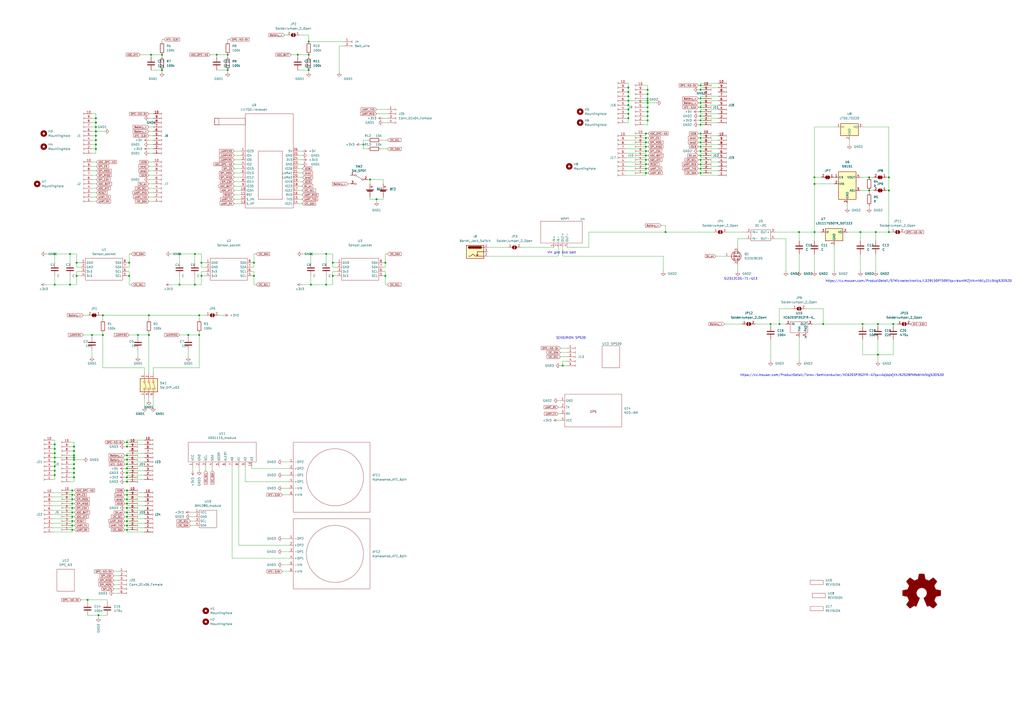
<source format=kicad_sch>
(kicad_sch (version 20211123) (generator eeschema)
  (paper "A2")
  (junction (at 41.91 294.64))
  (junction (at 406.4 77.47))
  (junction (at 406.4 67.31))
  (junction (at 40.64 165.1))
  (junction (at 42.926 264.16))
  (junction (at 42.926 276.86))
  (junction (at 223.52 152.4))
  (junction (at 55.626 83.82))
  (junction (at 375.666 58.42))
  (junction (at 41.91 292.1))
  (junction (at 375.666 57.15))
  (junction (at 73.66 279.4))
  (junction (at 50.8 347.98))
  (junction (at 73.66 302.26))
  (junction (at 125.73 31.75))
  (junction (at 374.65 77.47))
  (junction (at 374.65 95.25))
  (junction (at 73.66 256.54))
  (junction (at 406.4 87.63))
  (junction (at 406.4 64.77))
  (junction (at 375.666 62.23))
  (junction (at 73.66 269.24))
  (junction (at 193.04 160.02))
  (junction (at 504.19 110.49))
  (junction (at 147.32 152.4))
  (junction (at 42.926 274.32))
  (junction (at 55.626 71.12))
  (junction (at 73.66 307.34))
  (junction (at 223.52 160.02))
  (junction (at 41.91 307.34))
  (junction (at 55.626 76.2))
  (junction (at 40.64 147.32))
  (junction (at 31.75 262.89))
  (junction (at 374.65 85.09))
  (junction (at 375.666 52.07))
  (junction (at 374.65 92.71))
  (junction (at 193.04 152.4))
  (junction (at 406.4 62.23))
  (junction (at 41.91 297.18))
  (junction (at 104.14 165.1))
  (junction (at 508 134.62))
  (junction (at 55.626 68.58))
  (junction (at 406.4 90.17))
  (junction (at 86.36 182.88))
  (junction (at 41.91 304.8))
  (junction (at 42.926 266.7))
  (junction (at 374.65 100.33))
  (junction (at 179.07 24.13))
  (junction (at 116.84 152.4))
  (junction (at 500.38 187.96))
  (junction (at 115.57 182.88))
  (junction (at 55.626 86.36))
  (junction (at 74.93 160.02))
  (junction (at 179.07 31.75))
  (junction (at 374.65 82.55))
  (junction (at 364.49 63.5))
  (junction (at 364.49 53.34))
  (junction (at 42.926 265.43))
  (junction (at 386.08 134.62))
  (junction (at 73.66 284.48))
  (junction (at 109.22 194.31))
  (junction (at 73.66 276.86))
  (junction (at 73.66 297.18))
  (junction (at 472.44 134.62))
  (junction (at 406.4 85.09))
  (junction (at 515.62 110.49))
  (junction (at 406.4 80.01))
  (junction (at 93.98 40.64))
  (junction (at 59.69 194.31))
  (junction (at 31.75 267.97))
  (junction (at 42.926 261.62))
  (junction (at 31.75 147.32))
  (junction (at 74.93 152.4))
  (junction (at 73.66 266.7))
  (junction (at 115.57 194.31))
  (junction (at 86.36 194.31))
  (junction (at 87.63 31.75))
  (junction (at 73.66 299.72))
  (junction (at 180.34 165.1))
  (junction (at 374.65 90.17))
  (junction (at 477.52 187.96))
  (junction (at 463.55 134.62))
  (junction (at 55.626 73.66))
  (junction (at 31.75 257.81))
  (junction (at 42.926 269.24))
  (junction (at 515.62 134.62))
  (junction (at 55.626 81.28))
  (junction (at 113.03 147.32))
  (junction (at 218.44 115.57))
  (junction (at 41.91 302.26))
  (junction (at 73.66 271.78))
  (junction (at 44.45 160.02))
  (junction (at 53.34 194.31))
  (junction (at 406.4 72.39))
  (junction (at 147.32 160.02))
  (junction (at 179.07 40.64))
  (junction (at 42.926 271.78))
  (junction (at 31.75 265.43))
  (junction (at 374.65 80.01))
  (junction (at 104.14 147.32))
  (junction (at 472.44 106.68))
  (junction (at 55.626 78.74))
  (junction (at 518.16 187.96))
  (junction (at 31.75 270.51))
  (junction (at 132.08 31.75))
  (junction (at 364.49 55.88))
  (junction (at 189.23 165.1))
  (junction (at 73.66 287.02))
  (junction (at 509.27 187.96))
  (junction (at 44.45 152.4))
  (junction (at 375.666 59.69))
  (junction (at 116.84 160.02))
  (junction (at 364.49 60.96))
  (junction (at 326.39 212.09))
  (junction (at 406.4 57.15))
  (junction (at 504.19 102.87))
  (junction (at 406.4 49.53))
  (junction (at 406.4 97.79))
  (junction (at 406.4 100.33))
  (junction (at 132.08 40.64))
  (junction (at 73.66 294.64))
  (junction (at 214.63 104.14))
  (junction (at 172.72 31.75))
  (junction (at 406.4 59.69))
  (junction (at 73.66 259.08))
  (junction (at 59.69 182.88))
  (junction (at 375.666 64.77))
  (junction (at 375.666 67.31))
  (junction (at 42.926 259.08))
  (junction (at 364.49 58.42))
  (junction (at 406.4 52.07))
  (junction (at 406.4 82.55))
  (junction (at 93.98 31.75))
  (junction (at 80.01 194.31))
  (junction (at 375.666 54.61))
  (junction (at 41.91 284.48))
  (junction (at 41.91 289.56))
  (junction (at 452.12 187.96))
  (junction (at 73.66 292.1))
  (junction (at 406.4 95.25))
  (junction (at 31.75 260.35))
  (junction (at 364.49 50.8))
  (junction (at 374.65 97.79))
  (junction (at 73.66 264.16))
  (junction (at 515.62 102.87))
  (junction (at 406.4 69.85))
  (junction (at 73.66 289.56))
  (junction (at 57.15 356.87))
  (junction (at 180.34 147.32))
  (junction (at 73.66 274.32))
  (junction (at 375.666 69.85))
  (junction (at 31.75 275.59))
  (junction (at 499.11 134.62))
  (junction (at 41.91 299.72))
  (junction (at 113.03 165.1))
  (junction (at 31.75 165.1))
  (junction (at 41.91 287.02))
  (junction (at 472.44 102.87))
  (junction (at 189.23 147.32))
  (junction (at 31.75 273.05))
  (junction (at 406.4 92.71))
  (junction (at 364.49 66.04))
  (junction (at 509.27 205.74))
  (junction (at 364.49 68.58))
  (junction (at 210.82 83.82))
  (junction (at 447.04 187.96))
  (junction (at 374.65 87.63))
  (junction (at 73.66 304.8))
  (no_connect (at 467.36 195.58))
  (wire (pts (xy 406.4 60.96) (xy 406.4 62.23)))
  (wire (pts (xy 427.99 138.43) (xy 427.99 143.51)))
  (wire (pts (xy 147.32 147.32) (xy 147.32 152.4)))
  (wire (pts (xy 30.48 303.53) (xy 41.91 303.53)))
  (wire (pts (xy 55.626 71.12) (xy 55.626 73.66)))
  (wire (pts (xy 214.63 106.68) (xy 214.63 104.14)))
  (wire (pts (xy 30.48 262.89) (xy 31.75 262.89)))
  (wire (pts (xy 40.64 160.02) (xy 40.64 165.1)))
  (wire (pts (xy 323.85 236.22) (xy 325.12 236.22)))
  (wire (pts (xy 447.04 187.96) (xy 452.12 187.96)))
  (wire (pts (xy 53.34 111.76) (xy 55.88 111.76)))
  (wire (pts (xy 42.926 266.7) (xy 48.26 266.7)))
  (wire (pts (xy 180.34 165.1) (xy 189.23 165.1)))
  (wire (pts (xy 374.65 86.36) (xy 374.65 85.09)))
  (wire (pts (xy 59.69 213.36) (xy 83.82 213.36)))
  (wire (pts (xy 72.39 294.64) (xy 73.66 294.64)))
  (wire (pts (xy 83.82 303.53) (xy 73.66 303.53)))
  (wire (pts (xy 42.926 274.32) (xy 42.926 276.86)))
  (wire (pts (xy 110.49 297.18) (xy 113.03 297.18)))
  (wire (pts (xy 416.56 63.5) (xy 406.4 63.5)))
  (wire (pts (xy 73.66 307.34) (xy 74.93 307.34)))
  (wire (pts (xy 374.65 82.55) (xy 375.92 82.55)))
  (wire (pts (xy 373.38 90.17) (xy 374.65 90.17)))
  (wire (pts (xy 86.36 106.68) (xy 88.9 106.68)))
  (wire (pts (xy 374.65 95.25) (xy 375.92 95.25)))
  (wire (pts (xy 210.82 81.28) (xy 213.36 81.28)))
  (wire (pts (xy 135.89 92.71) (xy 139.7 92.71)))
  (wire (pts (xy 323.85 148.59) (xy 323.85 143.51)))
  (wire (pts (xy 115.57 193.04) (xy 115.57 194.31)))
  (wire (pts (xy 135.89 90.17) (xy 139.7 90.17)))
  (wire (pts (xy 135.89 115.57) (xy 139.7 115.57)))
  (wire (pts (xy 477.52 179.07) (xy 477.52 187.96)))
  (wire (pts (xy 499.11 134.62) (xy 508 134.62)))
  (wire (pts (xy 147.32 154.94) (xy 146.05 154.94)))
  (wire (pts (xy 30.48 270.51) (xy 31.75 270.51)))
  (wire (pts (xy 73.66 297.18) (xy 74.93 297.18)))
  (wire (pts (xy 58.42 182.88) (xy 59.69 182.88)))
  (wire (pts (xy 53.34 114.3) (xy 55.88 114.3)))
  (wire (pts (xy 406.4 86.36) (xy 406.4 85.09)))
  (wire (pts (xy 30.48 300.99) (xy 41.91 300.99)))
  (wire (pts (xy 73.66 275.59) (xy 73.66 276.86)))
  (wire (pts (xy 113.03 160.02) (xy 113.03 165.1)))
  (wire (pts (xy 30.48 308.61) (xy 41.91 308.61)))
  (wire (pts (xy 88.9 231.14) (xy 88.9 236.22)))
  (wire (pts (xy 86.36 73.66) (xy 88.9 73.66)))
  (wire (pts (xy 147.32 165.1) (xy 148.59 165.1)))
  (wire (pts (xy 374.65 83.82) (xy 374.65 82.55)))
  (wire (pts (xy 405.13 100.33) (xy 406.4 100.33)))
  (wire (pts (xy 373.38 77.47) (xy 374.65 77.47)))
  (wire (pts (xy 42.926 259.08) (xy 42.926 261.62)))
  (wire (pts (xy 41.91 289.56) (xy 41.91 290.83)))
  (wire (pts (xy 375.666 69.85) (xy 375.666 72.39)))
  (wire (pts (xy 179.07 20.32) (xy 179.07 24.13)))
  (wire (pts (xy 472.44 106.68) (xy 472.44 134.62)))
  (wire (pts (xy 416.56 48.26) (xy 406.4 48.26)))
  (wire (pts (xy 363.22 99.06) (xy 374.65 99.06)))
  (wire (pts (xy 515.62 110.49) (xy 515.62 134.62)))
  (wire (pts (xy 72.39 297.18) (xy 73.66 297.18)))
  (wire (pts (xy 406.4 96.52) (xy 406.4 95.25)))
  (wire (pts (xy 375.666 67.31) (xy 375.666 69.85)))
  (wire (pts (xy 167.64 279.4) (xy 142.24 279.4)))
  (wire (pts (xy 72.39 276.86) (xy 73.66 276.86)))
  (wire (pts (xy 41.91 292.1) (xy 43.18 292.1)))
  (wire (pts (xy 406.4 52.07) (xy 407.67 52.07)))
  (wire (pts (xy 42.926 266.7) (xy 42.926 269.24)))
  (wire (pts (xy 133.35 22.86) (xy 132.08 22.86)))
  (wire (pts (xy 135.89 105.41) (xy 139.7 105.41)))
  (wire (pts (xy 189.23 147.32) (xy 189.23 152.4)))
  (wire (pts (xy 163.83 327.66) (xy 167.64 327.66)))
  (wire (pts (xy 42.926 261.62) (xy 42.926 264.16)))
  (wire (pts (xy 30.48 290.83) (xy 41.91 290.83)))
  (wire (pts (xy 66.04 334.01) (xy 68.58 334.01)))
  (wire (pts (xy 406.4 49.53) (xy 407.67 49.53)))
  (wire (pts (xy 115.57 182.88) (xy 119.38 182.88)))
  (wire (pts (xy 406.4 63.5) (xy 406.4 64.77)))
  (wire (pts (xy 86.36 68.58) (xy 88.9 68.58)))
  (wire (pts (xy 31.75 262.89) (xy 31.75 265.43)))
  (wire (pts (xy 41.91 299.72) (xy 43.18 299.72)))
  (wire (pts (xy 515.62 102.87) (xy 515.62 110.49)))
  (wire (pts (xy 113.03 147.32) (xy 116.84 147.32)))
  (wire (pts (xy 514.35 110.49) (xy 515.62 110.49)))
  (wire (pts (xy 483.87 142.24) (xy 483.87 157.48)))
  (wire (pts (xy 59.69 194.31) (xy 53.34 194.31)))
  (wire (pts (xy 30.48 285.75) (xy 41.91 285.75)))
  (wire (pts (xy 73.66 302.26) (xy 74.93 302.26)))
  (wire (pts (xy 73.66 299.72) (xy 74.93 299.72)))
  (wire (pts (xy 86.36 114.3) (xy 88.9 114.3)))
  (wire (pts (xy 405.13 92.71) (xy 406.4 92.71)))
  (wire (pts (xy 41.91 292.1) (xy 41.91 293.37)))
  (wire (pts (xy 74.93 165.1) (xy 76.2 165.1)))
  (wire (pts (xy 518.16 205.74) (xy 518.16 196.85)))
  (wire (pts (xy 73.66 257.81) (xy 73.66 259.08)))
  (wire (pts (xy 72.39 292.1) (xy 73.66 292.1)))
  (wire (pts (xy 73.66 271.78) (xy 74.93 271.78)))
  (wire (pts (xy 500.38 73.66) (xy 515.62 73.66)))
  (wire (pts (xy 30.48 257.81) (xy 31.75 257.81)))
  (wire (pts (xy 374.65 99.06) (xy 374.65 97.79)))
  (wire (pts (xy 26.67 147.32) (xy 31.75 147.32)))
  (wire (pts (xy 31.75 278.13) (xy 30.48 278.13)))
  (wire (pts (xy 515.62 73.66) (xy 515.62 102.87)))
  (wire (pts (xy 31.75 265.43) (xy 31.75 267.97)))
  (wire (pts (xy 509.27 205.74) (xy 518.16 205.74)))
  (wire (pts (xy 375.666 52.07) (xy 375.666 54.61)))
  (wire (pts (xy 189.23 165.1) (xy 193.04 165.1)))
  (wire (pts (xy 115.57 194.31) (xy 115.57 213.36)))
  (wire (pts (xy 364.49 53.34) (xy 364.49 55.88)))
  (wire (pts (xy 218.44 115.57) (xy 222.25 115.57)))
  (wire (pts (xy 41.91 297.18) (xy 41.91 298.45)))
  (wire (pts (xy 53.34 81.28) (xy 55.626 81.28)))
  (wire (pts (xy 405.13 87.63) (xy 406.4 87.63)))
  (wire (pts (xy 406.4 91.44) (xy 406.4 90.17)))
  (wire (pts (xy 472.44 134.62) (xy 476.25 134.62)))
  (wire (pts (xy 172.72 40.64) (xy 179.07 40.64)))
  (wire (pts (xy 40.64 264.16) (xy 42.926 264.16)))
  (wire (pts (xy 416.56 96.52) (xy 406.4 96.52)))
  (wire (pts (xy 471.17 187.96) (xy 477.52 187.96)))
  (wire (pts (xy 73.66 294.64) (xy 73.66 295.91)))
  (wire (pts (xy 163.83 312.42) (xy 167.64 312.42)))
  (wire (pts (xy 44.45 160.02) (xy 46.99 160.02)))
  (wire (pts (xy 373.38 49.53) (xy 375.666 49.53)))
  (wire (pts (xy 405.13 64.77) (xy 406.4 64.77)))
  (wire (pts (xy 323.85 232.41) (xy 325.12 232.41)))
  (wire (pts (xy 375.666 72.39) (xy 373.38 72.39)))
  (wire (pts (xy 406.4 90.17) (xy 407.67 90.17)))
  (wire (pts (xy 44.45 157.48) (xy 46.99 157.48)))
  (wire (pts (xy 73.66 270.51) (xy 73.66 271.78)))
  (wire (pts (xy 146.05 160.02) (xy 147.32 160.02)))
  (wire (pts (xy 87.63 40.64) (xy 93.98 40.64)))
  (wire (pts (xy 83.82 288.29) (xy 73.66 288.29)))
  (wire (pts (xy 326.39 212.09) (xy 325.12 212.09)))
  (wire (pts (xy 42.926 264.16) (xy 42.926 265.43)))
  (wire (pts (xy 41.91 284.48) (xy 43.18 284.48)))
  (wire (pts (xy 374.65 81.28) (xy 374.65 80.01)))
  (wire (pts (xy 42.926 256.54) (xy 42.926 259.08)))
  (wire (pts (xy 373.38 92.71) (xy 374.65 92.71)))
  (wire (pts (xy 86.36 231.14) (xy 86.36 232.41)))
  (wire (pts (xy 463.55 134.62) (xy 472.44 134.62)))
  (wire (pts (xy 472.44 102.87) (xy 472.44 106.68)))
  (wire (pts (xy 374.65 93.98) (xy 374.65 92.71)))
  (wire (pts (xy 83.82 295.91) (xy 73.66 295.91)))
  (wire (pts (xy 31.75 165.1) (xy 40.64 165.1)))
  (wire (pts (xy 472.44 147.32) (xy 472.44 157.48)))
  (wire (pts (xy 113.03 147.32) (xy 113.03 152.4)))
  (wire (pts (xy 210.82 86.36) (xy 213.36 86.36)))
  (wire (pts (xy 455.93 138.43) (xy 455.93 157.48)))
  (wire (pts (xy 179.07 31.75) (xy 179.07 33.02)))
  (wire (pts (xy 73.66 276.86) (xy 74.93 276.86)))
  (wire (pts (xy 504.19 110.49) (xy 504.19 111.76)))
  (wire (pts (xy 374.65 101.6) (xy 374.65 100.33)))
  (wire (pts (xy 218.44 63.5) (xy 224.79 63.5)))
  (wire (pts (xy 86.36 109.22) (xy 88.9 109.22)))
  (wire (pts (xy 53.34 109.22) (xy 55.88 109.22)))
  (wire (pts (xy 80.01 194.31) (xy 80.01 195.58)))
  (wire (pts (xy 509.27 187.96) (xy 518.16 187.96)))
  (wire (pts (xy 73.66 265.43) (xy 73.66 266.7)))
  (wire (pts (xy 384.81 148.59) (xy 384.81 157.48)))
  (wire (pts (xy 80.01 203.2) (xy 80.01 207.01)))
  (wire (pts (xy 40.64 266.7) (xy 42.926 266.7)))
  (wire (pts (xy 341.63 134.62) (xy 341.63 143.51)))
  (wire (pts (xy 222.25 157.48) (xy 223.52 157.48)))
  (wire (pts (xy 196.85 26.67) (xy 199.39 26.67)))
  (wire (pts (xy 40.64 297.18) (xy 41.91 297.18)))
  (wire (pts (xy 73.66 278.13) (xy 73.66 279.4)))
  (wire (pts (xy 127 182.88) (xy 129.54 182.88)))
  (wire (pts (xy 172.72 110.49) (xy 175.26 110.49)))
  (wire (pts (xy 86.36 116.84) (xy 88.9 116.84)))
  (wire (pts (xy 193.04 160.02) (xy 195.58 160.02)))
  (wire (pts (xy 222.25 160.02) (xy 223.52 160.02)))
  (wire (pts (xy 406.4 93.98) (xy 406.4 92.71)))
  (wire (pts (xy 31.75 275.59) (xy 31.75 278.13)))
  (wire (pts (xy 373.38 54.61) (xy 375.666 54.61)))
  (wire (pts (xy 416.56 55.88) (xy 406.4 55.88)))
  (wire (pts (xy 40.64 287.02) (xy 41.91 287.02)))
  (wire (pts (xy 73.66 274.32) (xy 74.93 274.32)))
  (wire (pts (xy 459.74 179.07) (xy 452.12 179.07)))
  (wire (pts (xy 73.66 256.54) (xy 74.93 256.54)))
  (wire (pts (xy 40.64 259.08) (xy 42.926 259.08)))
  (wire (pts (xy 72.39 304.8) (xy 73.66 304.8)))
  (wire (pts (xy 72.39 284.48) (xy 73.66 284.48)))
  (wire (pts (xy 73.66 292.1) (xy 73.66 293.37)))
  (wire (pts (xy 406.4 68.58) (xy 406.4 69.85)))
  (wire (pts (xy 93.98 31.75) (xy 93.98 33.02)))
  (wire (pts (xy 189.23 160.02) (xy 189.23 165.1)))
  (wire (pts (xy 53.34 101.6) (xy 55.88 101.6)))
  (wire (pts (xy 172.72 118.11) (xy 175.26 118.11)))
  (wire (pts (xy 364.49 66.04) (xy 364.49 68.58)))
  (wire (pts (xy 220.98 86.36) (xy 224.79 86.36)))
  (wire (pts (xy 406.4 66.04) (xy 406.4 67.31)))
  (wire (pts (xy 73.66 287.02) (xy 74.93 287.02)))
  (wire (pts (xy 26.67 165.1) (xy 31.75 165.1)))
  (wire (pts (xy 74.93 147.32) (xy 74.93 152.4)))
  (wire (pts (xy 283.21 143.51) (xy 294.64 143.51)))
  (wire (pts (xy 73.66 267.97) (xy 73.66 269.24)))
  (wire (pts (xy 416.56 68.58) (xy 406.4 68.58)))
  (wire (pts (xy 175.26 147.32) (xy 180.34 147.32)))
  (wire (pts (xy 222.25 71.12) (xy 224.79 71.12)))
  (wire (pts (xy 406.4 72.39) (xy 407.67 72.39)))
  (wire (pts (xy 476.25 102.87) (xy 472.44 102.87)))
  (wire (pts (xy 73.66 262.89) (xy 73.66 264.16)))
  (wire (pts (xy 74.93 152.4) (xy 74.93 154.94)))
  (wire (pts (xy 508 134.62) (xy 508 139.7)))
  (wire (pts (xy 500.38 205.74) (xy 509.27 205.74)))
  (wire (pts (xy 222.25 68.58) (xy 224.79 68.58)))
  (wire (pts (xy 73.66 297.18) (xy 73.66 298.45)))
  (wire (pts (xy 138.43 270.51) (xy 138.43 316.23)))
  (wire (pts (xy 41.91 304.8) (xy 41.91 306.07)))
  (wire (pts (xy 116.84 147.32) (xy 116.84 152.4)))
  (wire (pts (xy 142.24 279.4) (xy 142.24 270.51)))
  (wire (pts (xy 116.84 152.4) (xy 119.38 152.4)))
  (wire (pts (xy 179.07 24.13) (xy 199.39 24.13)))
  (wire (pts (xy 416.56 101.6) (xy 406.4 101.6)))
  (wire (pts (xy 406.4 50.8) (xy 406.4 52.07)))
  (wire (pts (xy 116.84 160.02) (xy 116.84 157.48)))
  (wire (pts (xy 373.38 97.79) (xy 374.65 97.79)))
  (wire (pts (xy 222.25 152.4) (xy 223.52 152.4)))
  (wire (pts (xy 116.84 160.02) (xy 119.38 160.02)))
  (wire (pts (xy 41.91 299.72) (xy 41.91 300.99)))
  (wire (pts (xy 500.38 196.85) (xy 500.38 205.74)))
  (wire (pts (xy 405.13 85.09) (xy 406.4 85.09)))
  (wire (pts (xy 363.22 63.5) (xy 364.49 63.5)))
  (wire (pts (xy 86.36 78.74) (xy 88.9 78.74)))
  (wire (pts (xy 73.66 302.26) (xy 73.66 303.53)))
  (wire (pts (xy 363.22 93.98) (xy 374.65 93.98)))
  (wire (pts (xy 449.58 138.43) (xy 455.93 138.43)))
  (wire (pts (xy 326.39 148.59) (xy 384.81 148.59)))
  (wire (pts (xy 375.666 58.42) (xy 375.666 59.69)))
  (wire (pts (xy 223.52 152.4) (xy 223.52 154.94)))
  (wire (pts (xy 53.34 83.82) (xy 55.626 83.82)))
  (wire (pts (xy 406.4 48.26) (xy 406.4 49.53)))
  (wire (pts (xy 416.56 83.82) (xy 406.4 83.82)))
  (wire (pts (xy 172.72 92.71) (xy 175.26 92.71)))
  (wire (pts (xy 73.66 157.48) (xy 74.93 157.48)))
  (wire (pts (xy 83.82 231.14) (xy 83.82 236.22)))
  (wire (pts (xy 74.93 160.02) (xy 74.93 165.1)))
  (wire (pts (xy 363.22 68.58) (xy 364.49 68.58)))
  (wire (pts (xy 30.48 295.91) (xy 41.91 295.91)))
  (wire (pts (xy 59.69 182.88) (xy 86.36 182.88)))
  (wire (pts (xy 30.48 260.35) (xy 31.75 260.35)))
  (wire (pts (xy 341.63 134.62) (xy 386.08 134.62)))
  (wire (pts (xy 373.38 67.31) (xy 375.666 67.31)))
  (wire (pts (xy 363.22 66.04) (xy 364.49 66.04)))
  (wire (pts (xy 405.13 67.31) (xy 406.4 67.31)))
  (wire (pts (xy 323.85 243.84) (xy 325.12 243.84)))
  (wire (pts (xy 135.89 102.87) (xy 139.7 102.87)))
  (wire (pts (xy 193.04 147.32) (xy 193.04 152.4)))
  (wire (pts (xy 373.38 69.85) (xy 375.666 69.85)))
  (wire (pts (xy 42.926 279.4) (xy 40.64 279.4)))
  (wire (pts (xy 189.23 147.32) (xy 193.04 147.32)))
  (wire (pts (xy 83.82 290.83) (xy 73.66 290.83)))
  (wire (pts (xy 83.82 300.99) (xy 73.66 300.99)))
  (wire (pts (xy 518.16 187.96) (xy 520.7 187.96)))
  (wire (pts (xy 374.65 85.09) (xy 375.92 85.09)))
  (wire (pts (xy 406.4 88.9) (xy 406.4 87.63)))
  (wire (pts (xy 93.98 22.86) (xy 93.98 24.13)))
  (wire (pts (xy 326.39 143.51) (xy 326.39 148.59)))
  (wire (pts (xy 218.44 115.57) (xy 218.44 116.84)))
  (wire (pts (xy 86.36 104.14) (xy 88.9 104.14)))
  (wire (pts (xy 30.48 293.37) (xy 41.91 293.37)))
  (wire (pts (xy 172.72 87.63) (xy 175.26 87.63)))
  (wire (pts (xy 406.4 95.25) (xy 407.67 95.25)))
  (wire (pts (xy 375.666 57.15) (xy 375.666 58.42)))
  (wire (pts (xy 73.66 304.8) (xy 74.93 304.8)))
  (wire (pts (xy 83.82 275.59) (xy 73.66 275.59)))
  (wire (pts (xy 41.91 287.02) (xy 43.18 287.02)))
  (wire (pts (xy 499.11 110.49) (xy 504.19 110.49)))
  (wire (pts (xy 41.91 287.02) (xy 41.91 288.29)))
  (wire (pts (xy 416.56 78.74) (xy 406.4 78.74)))
  (wire (pts (xy 50.8 347.98) (xy 50.8 349.25)))
  (wire (pts (xy 41.91 304.8) (xy 43.18 304.8)))
  (wire (pts (xy 364.49 58.42) (xy 375.666 58.42)))
  (wire (pts (xy 88.9 215.9) (xy 88.9 213.36)))
  (wire (pts (xy 74.93 157.48) (xy 74.93 160.02)))
  (wire (pts (xy 373.38 100.33) (xy 374.65 100.33)))
  (wire (pts (xy 406.4 69.85) (xy 407.67 69.85)))
  (wire (pts (xy 509.27 187.96) (xy 509.27 189.23)))
  (wire (pts (xy 135.89 113.03) (xy 139.7 113.03)))
  (wire (pts (xy 41.91 302.26) (xy 43.18 302.26)))
  (wire (pts (xy 80.01 194.31) (xy 74.93 194.31)))
  (wire (pts (xy 405.13 97.79) (xy 406.4 97.79)))
  (wire (pts (xy 41.91 307.34) (xy 43.18 307.34)))
  (wire (pts (xy 55.626 88.9) (xy 53.34 88.9)))
  (wire (pts (xy 406.4 59.69) (xy 407.67 59.69)))
  (wire (pts (xy 86.36 99.06) (xy 88.9 99.06)))
  (wire (pts (xy 42.926 276.86) (xy 42.926 279.4)))
  (wire (pts (xy 210.82 83.82) (xy 210.82 86.36)))
  (wire (pts (xy 83.82 267.97) (xy 73.66 267.97)))
  (wire (pts (xy 147.32 160.02) (xy 147.32 165.1)))
  (wire (pts (xy 472.44 102.87) (xy 472.44 73.66)))
  (wire (pts (xy 72.39 256.54) (xy 73.66 256.54)))
  (wire (pts (xy 416.56 86.36) (xy 406.4 86.36)))
  (wire (pts (xy 172.72 31.75) (xy 179.07 31.75)))
  (wire (pts (xy 31.75 160.02) (xy 31.75 165.1)))
  (wire (pts (xy 172.72 95.25) (xy 175.26 95.25)))
  (wire (pts (xy 383.54 130.81) (xy 386.08 130.81)))
  (wire (pts (xy 416.56 88.9) (xy 406.4 88.9)))
  (wire (pts (xy 40.64 271.78) (xy 42.926 271.78)))
  (wire (pts (xy 41.91 297.18) (xy 43.18 297.18)))
  (wire (pts (xy 66.04 341.63) (xy 68.58 341.63)))
  (wire (pts (xy 55.626 76.2) (xy 55.626 78.74)))
  (wire (pts (xy 375.666 64.77) (xy 375.666 67.31)))
  (wire (pts (xy 53.34 203.2) (xy 53.34 207.01)))
  (wire (pts (xy 147.32 147.32) (xy 148.59 147.32)))
  (wire (pts (xy 87.63 33.02) (xy 87.63 31.75)))
  (wire (pts (xy 53.34 99.06) (xy 55.88 99.06)))
  (wire (pts (xy 375.666 62.23) (xy 375.666 64.77)))
  (wire (pts (xy 406.4 71.12) (xy 406.4 72.39)))
  (wire (pts (xy 406.4 101.6) (xy 406.4 100.33)))
  (wire (pts (xy 73.66 289.56) (xy 74.93 289.56)))
  (wire (pts (xy 363.22 83.82) (xy 374.65 83.82)))
  (wire (pts (xy 363.22 86.36) (xy 374.65 86.36)))
  (wire (pts (xy 491.49 118.11) (xy 491.49 120.65)))
  (wire (pts (xy 374.65 87.63) (xy 375.92 87.63)))
  (wire (pts (xy 463.55 134.62) (xy 463.55 139.7)))
  (wire (pts (xy 30.48 298.45) (xy 41.91 298.45)))
  (wire (pts (xy 373.38 62.23) (xy 375.666 62.23)))
  (wire (pts (xy 427.99 153.67) (xy 427.99 157.48)))
  (wire (pts (xy 83.82 265.43) (xy 73.66 265.43)))
  (wire (pts (xy 508 147.32) (xy 508 157.48)))
  (wire (pts (xy 42.926 265.43) (xy 42.926 266.7)))
  (wire (pts (xy 514.35 102.87) (xy 515.62 102.87)))
  (wire (pts (xy 95.25 22.86) (xy 93.98 22.86)))
  (wire (pts (xy 363.22 88.9) (xy 374.65 88.9)))
  (wire (pts (xy 41.91 302.26) (xy 41.91 303.53)))
  (wire (pts (xy 50.8 347.98) (xy 46.99 347.98)))
  (wire (pts (xy 31.75 260.35) (xy 31.75 262.89)))
  (wire (pts (xy 83.82 262.89) (xy 73.66 262.89)))
  (wire (pts (xy 374.65 100.33) (xy 375.92 100.33)))
  (wire (pts (xy 209.55 83.82) (xy 210.82 83.82)))
  (wire (pts (xy 73.66 152.4) (xy 74.93 152.4)))
  (wire (pts (xy 62.23 347.98) (xy 50.8 347.98)))
  (wire (pts (xy 74.93 264.16) (xy 73.66 264.16)))
  (wire (pts (xy 405.13 95.25) (xy 406.4 95.25)))
  (wire (pts (xy 325.12 201.93) (xy 328.93 201.93)))
  (wire (pts (xy 31.75 270.51) (xy 31.75 273.05)))
  (wire (pts (xy 406.4 80.01) (xy 407.67 80.01)))
  (wire (pts (xy 172.72 105.41) (xy 175.514 105.41)))
  (wire (pts (xy 163.83 331.47) (xy 167.64 331.47)))
  (wire (pts (xy 83.82 308.61) (xy 73.66 308.61)))
  (wire (pts (xy 83.82 293.37) (xy 73.66 293.37)))
  (wire (pts (xy 406.4 64.77) (xy 407.67 64.77)))
  (wire (pts (xy 406.4 82.55) (xy 407.67 82.55)))
  (wire (pts (xy 104.14 147.32) (xy 113.03 147.32)))
  (wire (pts (xy 73.66 287.02) (xy 73.66 288.29)))
  (wire (pts (xy 374.65 91.44) (xy 374.65 90.17)))
  (wire (pts (xy 55.626 68.58) (xy 55.626 71.12)))
  (wire (pts (xy 363.22 58.42) (xy 364.49 58.42)))
  (wire (pts (xy 87.63 31.75) (xy 93.98 31.75)))
  (wire (pts (xy 363.22 78.74) (xy 374.65 78.74)))
  (wire (pts (xy 180.34 147.32) (xy 189.23 147.32)))
  (wire (pts (xy 406.4 97.79) (xy 407.67 97.79)))
  (wire (pts (xy 326.39 212.09) (xy 328.93 212.09)))
  (wire (pts (xy 363.22 101.6) (xy 374.65 101.6)))
  (wire (pts (xy 40.64 274.32) (xy 42.926 274.32)))
  (wire (pts (xy 406.4 78.74) (xy 406.4 77.47)))
  (wire (pts (xy 407.67 57.15) (xy 406.4 57.15)))
  (wire (pts (xy 463.55 195.58) (xy 463.55 209.55)))
  (wire (pts (xy 111.76 270.51) (xy 111.76 273.05)))
  (wire (pts (xy 508 134.62) (xy 515.62 134.62)))
  (wire (pts (xy 53.34 86.36) (xy 55.626 86.36)))
  (wire (pts (xy 93.98 40.64) (xy 93.98 41.91)))
  (wire (pts (xy 83.82 298.45) (xy 73.66 298.45)))
  (wire (pts (xy 66.04 339.09) (xy 68.58 339.09)))
  (wire (pts (xy 57.15 356.87) (xy 62.23 356.87)))
  (wire (pts (xy 53.34 104.14) (xy 55.88 104.14)))
  (wire (pts (xy 405.13 52.07) (xy 406.4 52.07)))
  (wire (pts (xy 499.11 102.87) (xy 504.19 102.87)))
  (wire (pts (xy 163.83 283.21) (xy 167.64 283.21)))
  (wire (pts (xy 406.4 97.79) (xy 406.4 99.06)))
  (wire (pts (xy 406.4 99.06) (xy 416.56 99.06)))
  (wire (pts (xy 375.666 59.69) (xy 380.746 59.69)))
  (wire (pts (xy 472.44 73.66) (xy 485.14 73.66)))
  (wire (pts (xy 405.13 62.23) (xy 406.4 62.23)))
  (wire (pts (xy 132.08 31.75) (xy 132.08 33.02)))
  (wire (pts (xy 406.4 57.15) (xy 405.13 57.15)))
  (wire (pts (xy 86.36 182.88) (xy 86.36 185.42)))
  (wire (pts (xy 363.22 60.96) (xy 364.49 60.96)))
  (wire (pts (xy 72.39 274.32) (xy 73.66 274.32)))
  (wire (pts (xy 518.16 187.96) (xy 518.16 189.23)))
  (wire (pts (xy 83.82 255.27) (xy 73.66 255.27)))
  (wire (pts (xy 218.44 66.04) (xy 224.79 66.04)))
  (wire (pts (xy 172.72 100.33) (xy 175.514 100.33)))
  (wire (pts (xy 223.52 165.1) (xy 224.79 165.1)))
  (wire (pts (xy 452.12 179.07) (xy 452.12 187.96)))
  (wire (pts (xy 31.75 147.32) (xy 31.75 152.4)))
  (wire (pts (xy 83.82 278.13) (xy 73.66 278.13)))
  (wire (pts (xy 40.64 307.34) (xy 41.91 307.34)))
  (wire (pts (xy 86.36 86.36) (xy 88.9 86.36)))
  (wire (pts (xy 86.36 194.31) (xy 80.01 194.31)))
  (wire (pts (xy 374.65 97.79) (xy 375.92 97.79)))
  (wire (pts (xy 41.91 289.56) (xy 43.18 289.56)))
  (wire (pts (xy 172.72 90.17) (xy 175.26 90.17)))
  (wire (pts (xy 416.56 60.96) (xy 406.4 60.96)))
  (wire (pts (xy 374.65 96.52) (xy 374.65 95.25)))
  (wire (pts (xy 193.04 160.02) (xy 193.04 165.1)))
  (wire (pts (xy 222.25 104.14) (xy 222.25 106.68)))
  (wire (pts (xy 53.34 106.68) (xy 55.88 106.68)))
  (wire (pts (xy 509.27 196.85) (xy 509.27 205.74)))
  (wire (pts (xy 214.63 114.3) (xy 214.63 115.57)))
  (wire (pts (xy 172.72 33.02) (xy 172.72 31.75)))
  (wire (pts (xy 99.06 165.1) (xy 104.14 165.1)))
  (wire (pts (xy 163.83 320.04) (xy 167.64 320.04)))
  (wire (pts (xy 135.89 97.79) (xy 139.7 97.79)))
  (wire (pts (xy 121.92 31.75) (xy 125.73 31.75)))
  (wire (pts (xy 406.4 62.23) (xy 407.67 62.23)))
  (wire (pts (xy 223.52 154.94) (xy 222.25 154.94)))
  (wire (pts (xy 504.19 110.49) (xy 506.73 110.49)))
  (wire (pts (xy 53.34 96.52) (xy 55.88 96.52)))
  (wire (pts (xy 374.65 90.17) (xy 375.92 90.17)))
  (wire (pts (xy 302.26 143.51) (xy 321.31 143.51)))
  (wire (pts (xy 193.04 152.4) (xy 195.58 152.4)))
  (wire (pts (xy 214.63 104.14) (xy 222.25 104.14)))
  (wire (pts (xy 146.05 157.48) (xy 147.32 157.48)))
  (wire (pts (xy 374.65 77.47) (xy 375.92 77.47)))
  (wire (pts (xy 72.39 299.72) (xy 73.66 299.72)))
  (wire (pts (xy 72.39 287.02) (xy 73.66 287.02)))
  (wire (pts (xy 214.63 115.57) (xy 218.44 115.57)))
  (wire (pts (xy 40.64 147.32) (xy 44.45 147.32)))
  (wire (pts (xy 30.48 275.59) (xy 31.75 275.59)))
  (wire (pts (xy 375.666 49.53) (xy 375.666 52.07)))
  (wire (pts (xy 40.64 256.54) (xy 42.926 256.54)))
  (wire (pts (xy 72.39 259.08) (xy 73.66 259.08)))
  (wire (pts (xy 373.38 85.09) (xy 374.65 85.09)))
  (wire (pts (xy 146.05 271.78) (xy 167.64 271.78)))
  (wire (pts (xy 210.82 83.82) (xy 210.82 81.28)))
  (wire (pts (xy 223.52 160.02) (xy 223.52 165.1)))
  (wire (pts (xy 53.34 194.31) (xy 53.34 195.58)))
  (wire (pts (xy 73.66 259.08) (xy 74.93 259.08)))
  (wire (pts (xy 406.4 85.09) (xy 407.67 85.09)))
  (wire (pts (xy 135.89 100.33) (xy 139.7 100.33)))
  (wire (pts (xy 115.57 194.31) (xy 109.22 194.31)))
  (wire (pts (xy 59.69 194.31) (xy 59.69 213.36)))
  (wire (pts (xy 135.89 107.95) (xy 139.7 107.95)))
  (wire (pts (xy 55.626 76.2) (xy 60.706 76.2)))
  (wire (pts (xy 363.22 53.34) (xy 364.49 53.34)))
  (wire (pts (xy 223.52 147.32) (xy 224.79 147.32)))
  (wire (pts (xy 515.62 134.62) (xy 516.89 134.62)))
  (wire (pts (xy 99.06 147.32) (xy 104.14 147.32)))
  (wire (pts (xy 416.56 50.8) (xy 406.4 50.8)))
  (wire (pts (xy 46.99 154.94) (xy 44.45 154.94)))
  (wire (pts (xy 364.49 48.26) (xy 364.49 50.8)))
  (wire (pts (xy 73.66 294.64) (xy 74.93 294.64)))
  (wire (pts (xy 363.22 48.26) (xy 364.49 48.26)))
  (wire (pts (xy 416.56 71.12) (xy 406.4 71.12)))
  (wire (pts (xy 40.64 147.32) (xy 40.64 152.4)))
  (wire (pts (xy 172.72 102.87) (xy 175.514 102.87)))
  (wire (pts (xy 125.73 40.64) (xy 132.08 40.64)))
  (wire (pts (xy 132.08 40.64) (xy 132.08 41.91)))
  (wire (pts (xy 44.45 152.4) (xy 46.99 152.4)))
  (wire (pts (xy 364.49 63.5) (xy 364.49 66.04)))
  (wire (pts (xy 31.75 265.43) (xy 42.926 265.43)))
  (wire (pts (xy 31.75 273.05) (xy 31.75 275.59)))
  (wire (pts (xy 31.75 267.97) (xy 31.75 270.51)))
  (wire (pts (xy 373.38 95.25) (xy 374.65 95.25)))
  (wire (pts (xy 447.04 196.85) (xy 447.04 209.55)))
  (wire (pts (xy 405.13 90.17) (xy 406.4 90.17)))
  (wire (pts (xy 86.36 96.52) (xy 88.9 96.52)))
  (wire (pts (xy 41.91 294.64) (xy 41.91 295.91)))
  (wire (pts (xy 499.11 134.62) (xy 499.11 139.7)))
  (wire (pts (xy 74.93 147.32) (xy 76.2 147.32)))
  (wire (pts (xy 195.58 154.94) (xy 193.04 154.94)))
  (wire (pts (xy 88.9 213.36) (xy 115.57 213.36)))
  (wire (pts (xy 86.36 83.82) (xy 88.9 83.82)))
  (wire (pts (xy 86.36 182.88) (xy 115.57 182.88)))
  (wire (pts (xy 363.22 96.52) (xy 374.65 96.52)))
  (wire (pts (xy 73.66 307.34) (xy 73.66 308.61)))
  (wire (pts (xy 375.666 59.69) (xy 375.666 62.23)))
  (wire (pts (xy 452.12 187.96) (xy 455.93 187.96)))
  (wire (pts (xy 55.626 78.74) (xy 55.626 81.28)))
  (wire (pts (xy 172.72 107.95) (xy 175.26 107.95)))
  (wire (pts (xy 373.38 57.15) (xy 375.666 57.15)))
  (wire (pts (xy 53.34 194.31) (xy 48.26 194.31)))
  (wire (pts (xy 135.89 110.49) (xy 139.7 110.49)))
  (wire (pts (xy 146.05 152.4) (xy 147.32 152.4)))
  (wire (pts (xy 467.36 179.07) (xy 477.52 179.07)))
  (wire (pts (xy 504.19 119.38) (xy 504.19 120.65)))
  (wire (pts (xy 222.25 115.57) (xy 222.25 114.3)))
  (wire (pts (xy 374.65 78.74) (xy 374.65 77.47)))
  (wire (pts (xy 135.89 95.25) (xy 139.7 95.25)))
  (wire (pts (xy 40.64 165.1) (xy 44.45 165.1)))
  (wire (pts (xy 374.65 92.71) (xy 375.92 92.71)))
  (wire (pts (xy 220.98 81.28) (xy 224.79 81.28)))
  (wire (pts (xy 55.626 86.36) (xy 55.626 88.9)))
  (wire (pts (xy 328.93 209.55) (xy 326.39 209.55)))
  (wire (pts (xy 72.39 307.34) (xy 73.66 307.34)))
  (wire (pts (xy 72.39 279.4) (xy 73.66 279.4)))
  (wire (pts (xy 492.76 81.28) (xy 492.76 83.82)))
  (wire (pts (xy 72.39 271.78) (xy 73.66 271.78)))
  (wire (pts (xy 168.91 31.75) (xy 172.72 31.75)))
  (wire (pts (xy 163.83 275.59) (xy 167.64 275.59)))
  (wire (pts (xy 83.82 273.05) (xy 73.66 273.05)))
  (wire (pts (xy 406.4 87.63) (xy 407.67 87.63)))
  (wire (pts (xy 41.91 294.64) (xy 43.18 294.64)))
  (wire (pts (xy 72.39 289.56) (xy 73.66 289.56)))
  (wire (pts (xy 449.58 134.62) (xy 463.55 134.62)))
  (wire (pts (xy 42.926 271.78) (xy 42.926 274.32)))
  (wire (pts (xy 477.52 187.96) (xy 500.38 187.96)))
  (wire (pts (xy 201.93 106.68) (xy 203.2 106.68)))
  (wire (pts (xy 53.34 68.58) (xy 55.626 68.58)))
  (wire (pts (xy 48.26 182.88) (xy 50.8 182.88)))
  (wire (pts (xy 364.49 55.88) (xy 364.49 58.42)))
  (wire (pts (xy 373.38 64.77) (xy 375.666 64.77)))
  (wire (pts (xy 116.84 157.48) (xy 119.38 157.48)))
  (wire (pts (xy 363.22 50.8) (xy 364.49 50.8)))
  (wire (pts (xy 86.36 88.9) (xy 88.9 88.9)))
  (wire (pts (xy 40.64 276.86) (xy 42.926 276.86)))
  (wire (pts (xy 40.64 292.1) (xy 41.91 292.1)))
  (wire (pts (xy 405.13 80.01) (xy 406.4 80.01)))
  (wire (pts (xy 42.926 269.24) (xy 42.926 271.78)))
  (wire (pts (xy 73.66 279.4) (xy 74.93 279.4)))
  (wire (pts (xy 73.66 299.72) (xy 73.66 300.99)))
  (wire (pts (xy 72.39 302.26) (xy 73.66 302.26)))
  (wire (pts (xy 44.45 160.02) (xy 44.45 157.48)))
  (wire (pts (xy 73.66 304.8) (xy 73.66 306.07)))
  (wire (pts (xy 374.65 80.01) (xy 375.92 80.01)))
  (wire (pts (xy 135.89 87.63) (xy 139.7 87.63)))
  (wire (pts (xy 73.66 273.05) (xy 73.66 274.32)))
  (wire (pts (xy 40.64 284.48) (xy 41.91 284.48)))
  (wire (pts (xy 55.626 66.04) (xy 55.626 68.58)))
  (wire (pts (xy 223.52 157.48) (xy 223.52 160.02)))
  (wire (pts (xy 406.4 92.71) (xy 407.67 92.71)))
  (wire (pts (xy 123.19 270.51) (xy 123.19 273.05)))
  (wire (pts (xy 53.34 71.12) (xy 55.626 71.12)))
  (wire (pts (xy 406.4 100.33) (xy 407.67 100.33)))
  (wire (pts (xy 500.38 187.96) (xy 500.38 189.23)))
  (wire (pts (xy 132.08 22.86) (xy 132.08 24.13)))
  (wire (pts (xy 364.49 71.12) (xy 363.22 71.12)))
  (wire (pts (xy 40.64 304.8) (xy 41.91 304.8)))
  (wire (pts (xy 72.39 269.24) (xy 73.66 269.24)))
  (wire (pts (xy 110.49 299.72) (xy 113.03 299.72)))
  (wire (pts (xy 447.04 187.96) (xy 447.04 189.23)))
  (wire (pts (xy 406.4 58.42) (xy 406.4 59.69)))
  (wire (pts (xy 40.64 261.62) (xy 42.926 261.62)))
  (wire (pts (xy 416.56 91.44) (xy 406.4 91.44)))
  (wire (pts (xy 40.64 299.72) (xy 41.91 299.72)))
  (wire (pts (xy 74.93 154.94) (xy 73.66 154.94)))
  (wire (pts (xy 30.48 267.97) (xy 31.75 267.97)))
  (wire (pts (xy 499.11 147.32) (xy 499.11 157.48)))
  (wire (pts (xy 109.22 203.2) (xy 109.22 207.01)))
  (wire (pts (xy 44.45 147.32) (xy 44.45 152.4)))
  (wire (pts (xy 147.32 152.4) (xy 147.32 154.94)))
  (wire (pts (xy 135.89 118.11) (xy 139.7 118.11)))
  (wire (pts (xy 83.82 257.81) (xy 73.66 257.81)))
  (wire (pts (xy 86.36 111.76) (xy 88.9 111.76)))
  (wire (pts (xy 109.22 194.31) (xy 109.22 195.58)))
  (wire (pts (xy 364.49 68.58) (xy 364.49 71.12)))
  (wire (pts (xy 427.99 138.43) (xy 433.07 138.43)))
  (wire (pts (xy 415.29 148.59) (xy 420.37 148.59)))
  (wire (pts (xy 40.64 302.26) (xy 41.91 302.26)))
  (wire (pts (xy 55.626 81.28) (xy 55.626 83.82)))
  (wire (pts (xy 86.36 101.6) (xy 88.9 101.6)))
  (wire (pts (xy 363.22 55.88) (xy 364.49 55.88)))
  (wire (pts (xy 364.49 58.42) (xy 364.49 60.96)))
  (wire (pts (xy 119.38 270.51) (xy 119.38 273.05)))
  (wire (pts (xy 73.66 269.24) (xy 74.93 269.24)))
  (wire (pts (xy 405.13 82.55) (xy 406.4 82.55)))
  (wire (pts (xy 53.34 116.84) (xy 55.88 116.84)))
  (wire (pts (xy 373.38 82.55) (xy 374.65 82.55)))
  (wire (pts (xy 491.49 134.62) (xy 499.11 134.62)))
  (wire (pts (xy 325.12 204.47) (xy 328.93 204.47)))
  (wire (pts (xy 364.49 50.8) (xy 364.49 53.34)))
  (wire (pts (xy 463.55 147.32) (xy 463.55 157.48)))
  (wire (pts (xy 30.48 273.05) (xy 31.75 273.05)))
  (wire (pts (xy 406.4 67.31) (xy 407.67 67.31)))
  (wire (pts (xy 373.38 87.63) (xy 374.65 87.63)))
  (wire (pts (xy 104.14 160.02) (xy 104.14 165.1)))
  (wire (pts (xy 73.66 289.56) (xy 73.66 290.83)))
  (wire (pts (xy 438.15 187.96) (xy 447.04 187.96)))
  (wire (pts (xy 66.04 344.17) (xy 68.58 344.17)))
  (wire (pts (xy 213.36 104.14) (xy 214.63 104.14)))
  (wire (pts (xy 110.49 304.8) (xy 113.03 304.8)))
  (wire (pts (xy 406.4 83.82) (xy 406.4 82.55)))
  (wire (pts (xy 53.34 93.98) (xy 55.88 93.98)))
  (wire (pts (xy 420.37 187.96) (xy 430.53 187.96)))
  (wire (pts (xy 416.56 66.04) (xy 406.4 66.04)))
  (wire (pts (xy 40.64 289.56) (xy 41.91 289.56)))
  (wire (pts (xy 83.82 270.51) (xy 73.66 270.51)))
  (wire (pts (xy 179.07 40.64) (xy 179.07 41.91)))
  (wire (pts (xy 472.44 134.62) (xy 472.44 139.7)))
  (wire (pts (xy 405.13 77.47) (xy 406.4 77.47)))
  (wire (pts (xy 472.44 106.68) (xy 483.87 106.68)))
  (wire (pts (xy 180.34 147.32) (xy 180.34 152.4)))
  (wire (pts (xy 40.64 294.64) (xy 41.91 294.64)))
  (wire (pts (xy 59.69 182.88) (xy 59.69 185.42)))
  (wire (pts (xy 116.84 154.94) (xy 116.84 152.4)))
  (wire (pts (xy 40.64 269.24) (xy 42.926 269.24)))
  (wire (pts (xy 416.56 58.42) (xy 406.4 58.42)))
  (wire (pts (xy 138.43 316.23) (xy 167.64 316.23)))
  (wire (pts (xy 405.13 59.69) (xy 406.4 59.69)))
  (wire (pts (xy 86.36 76.2) (xy 88.9 76.2)))
  (wire (pts (xy 328.93 143.51) (xy 341.63 143.51)))
  (wire (pts (xy 30.48 265.43) (xy 31.75 265.43)))
  (wire (pts (xy 165.1 20.32) (xy 166.37 20.32)))
  (wire (pts (xy 44.45 160.02) (xy 44.45 165.1)))
  (wire (pts (xy 406.4 81.28) (xy 406.4 80.01)))
  (wire (pts (xy 86.36 93.98) (xy 88.9 93.98)))
  (wire (pts (xy 53.34 73.66) (xy 55.626 73.66)))
  (wire (pts (xy 31.75 255.27) (xy 31.75 257.81)))
  (wire (pts (xy 86.36 81.28) (xy 88.9 81.28)))
  (wire (pts (xy 373.38 52.07) (xy 375.666 52.07)))
  (wire (pts (xy 41.91 284.48) (xy 41.91 285.75)))
  (wire (pts (xy 44.45 154.94) (xy 44.45 152.4)))
  (wire (pts (xy 81.28 31.75) (xy 87.63 31.75)))
  (wire (pts (xy 373.38 59.69) (xy 375.666 59.69)))
  (wire (pts (xy 125.73 31.75) (xy 132.08 31.75)))
  (wire (pts (xy 73.66 264.16) (xy 72.39 264.16)))
  (wire (pts (xy 326.39 209.55) (xy 326.39 212.09)))
  (wire (pts (xy 62.23 349.25) (xy 62.23 347.98)))
  (wire (pts (xy 115.57 270.51) (xy 115.57 273.05)))
  (wire (pts (xy 363.22 81.28) (xy 374.65 81.28)))
  (wire (pts (xy 53.34 76.2) (xy 55.626 76.2)))
  (wire (pts (xy 163.83 267.97) (xy 167.64 267.97)))
  (wire (pts (xy 421.64 134.62) (xy 433.07 134.62)))
  (wire (pts (xy 405.13 49.53) (xy 406.4 49.53)))
  (wire (pts (xy 86.36 66.04) (xy 88.9 66.04)))
  (wire (pts (xy 373.38 80.01) (xy 374.65 80.01)))
  (wire (pts (xy 172.72 115.57) (xy 175.26 115.57)))
  (wire (pts (xy 386.08 130.81) (xy 386.08 134.62)))
  (wire (pts (xy 73.66 160.02) (xy 74.93 160.02)))
  (wire (pts (xy 406.4 77.47) (xy 407.67 77.47)))
  (wire (pts (xy 73.66 284.48) (xy 73.66 285.75)))
  (wire (pts (xy 55.626 83.82) (xy 55.626 86.36)))
  (wire (pts (xy 30.48 306.07) (xy 41.91 306.07)))
  (wire (pts (xy 86.36 193.04) (xy 86.36 194.31)))
  (wire (pts (xy 375.666 54.61) (xy 375.666 57.15)))
  (wire (pts (xy 500.38 187.96) (xy 509.27 187.96)))
  (wire (pts (xy 104.14 147.32) (xy 104.14 152.4)))
  (wire (pts (xy 147.32 157.48) (xy 147.32 160.02)))
  (wire (pts (xy 57.15 356.87) (xy 57.15 358.14)))
  (wire (pts (xy 119.38 154.94) (xy 116.84 154.94)))
  (wire (pts (xy 323.85 240.03) (xy 325.12 240.03)))
  (wire (pts (xy 83.82 213.36) (xy 83.82 215.9)))
  (wire (pts (xy 125.73 33.02) (xy 125.73 31.75)))
  (wire (pts (xy 66.04 336.55) (xy 68.58 336.55)))
  (wire (pts (xy 83.82 285.75) (xy 73.66 285.75)))
  (wire (pts (xy 72.39 266.7) (xy 73.66 266.7)))
  (wire (pts (xy 109.22 194.31) (xy 104.14 194.31)))
  (wire (pts (xy 86.36 194.31) (xy 86.36 215.9)))
  (wire (pts (xy 73.66 266.7) (xy 74.93 266.7)))
  (wire (pts (xy 73.66 306.07) (xy 83.82 306.07)))
  (wire (pts (xy 193.04 154.94) (xy 193.04 152.4)))
  (wire (pts (xy 364.49 60.96) (xy 364.49 63.5)))
  (wire (pts (xy 386.08 134.62) (xy 414.02 134.62)))
  (wire (pts (xy 134.62 323.85) (xy 134.62 270.51)))
  (wire (pts (xy 30.48 288.29) (xy 41.91 288.29)))
  (wire (pts (xy 416.56 81.28) (xy 406.4 81.28)))
  (wire (pts (xy 172.72 97.79) (xy 175.514 97.79)))
  (wire (pts (xy 283.21 148.59) (xy 323.85 148.59)))
  (wire (pts (xy 374.65 88.9) (xy 374.65 87.63)))
  (wire (pts (xy 167.64 323.85) (xy 134.62 323.85)))
  (wire (pts (xy 59.69 193.04) (xy 59.69 194.31)))
  (wire (pts (xy 172.72 113.03) (xy 175.26 113.03)))
  (wire (pts (xy 104.14 165.1) (xy 113.03 165.1)))
  (wire (pts (xy 405.13 69.85) (xy 406.4 69.85)))
  (wire (pts (xy 116.84 160.02) (xy 116.84 165.1)))
  (wire (pts (xy 193.04 157.48) (xy 195.58 157.48)))
  (wire (pts (xy 173.99 20.32) (xy 179.07 20.32)))
  (wire (pts (xy 73.66 255.27) (xy 73.66 256.54)))
  (wire (pts (xy 50.8 356.87) (xy 57.15 356.87)))
  (wire (pts (xy 113.03 165.1) (xy 116.84 165.1)))
  (wire (pts (xy 406.4 55.88) (xy 406.4 57.15)))
  (wire (pts (xy 504.19 102.87) (xy 506.73 102.87)))
  (wire (pts (xy 115.57 182.88) (xy 115.57 185.42)))
  (wire (pts (xy 31.75 257.81) (xy 31.75 260.35)))
  (wire (pts (xy 196.85 26.67) (xy 196.85 41.91)))
  (wire (pts (xy 193.04 160.02) (xy 193.04 157.48)))
  (wire (pts (xy 30.48 255.27) (xy 31.75 255.27)))
  (wire (pts (xy 31.75 147.32) (xy 40.64 147.32)))
  (wire (pts (xy 416.56 93.98) (xy 406.4 93.98)))
  (wire (pts (xy 146.05 270.51) (xy 146.05 271.78)))
  (wire (pts (xy 110.49 302.26) (xy 113.03 302.26)))
  (wire (pts (xy 53.34 66.04) (xy 55.626 66.04)))
  (wire (pts (xy 73.66 284.48) (xy 74.93 284.48)))
  (wire (pts (xy 66.04 331.47) (xy 68.58 331.47)))
  (wire (pts (xy 175.26 165.1) (xy 180.34 165.1)))
  (wire (pts (xy 509.27 205.74) (xy 509.27 209.55)))
  (wire (pts (xy 53.34 78.74) (xy 55.626 78.74)))
  (wire (pts (xy 55.626 73.66) (xy 55.626 76.2)))
  (wire (pts (xy 41.91 307.34) (xy 41.91 308.61)))
  (wire (pts (xy 163.83 287.02) (xy 167.64 287.02)))
  (wire (pts (xy 363.22 91.44) (xy 374.65 91.44)))
  (wire (pts (xy 180.34 160.02) (xy 180.34 165.1)))
  (wire (pts (xy 73.66 292.1) (xy 74.93 292.1)))
  (wire (pts (xy 405.13 72.39) (xy 406.4 72.39)))
  (wire (pts (xy 223.52 147.32) (xy 223.52 152.4)))
  (wire (pts (xy 325.12 207.01) (xy 328.93 207.01)))
  (text "Vin gnd Gnd batt" (at 317.5 147.32 0) (effects (font (size 1.27 1.27)) (justify left bottom)))
  (text "SI2312CDS-T1-GE3" (at 439.42 162.56 180) (effects (font (size 1.27 1.27)) (justify right bottom)))
  (text "https://cz.mouser.com/ProductDetail/STMicroelectronics/LD29150PT50R?qs=WwntMZj4NvnV61y21c5ttg%3D%3D" (at 478.79 163.83 0) (effects (font (size 1.27 1.27)) (justify left bottom)))
  (text "SENSIRION SPS30" (at 322.58 196.85 0) (effects (font (size 1.27 1.27)) (justify left bottom)))
  (text "https://cz.mouser.com/ProductDetail/Torex-Semiconductor/XC6203P352FR-G?qs=AsjdqWjXhJ%252BfNRe6IHkStg%3D%3D" (at 429.26 218.44 0) (effects (font (size 1.27 1.27)) (justify left bottom)))
  (global_label "Battery_+" (shape input) (at 72.39 266.7 180) (effects (font (size 1 1))) (property "Intersheet References" "${INTERSHEET_REFS}" (effects hide)))
  (global_label "ADC_AFE" (shape input) (at 375.92 92.71 0) (effects (font (size 1 1))) (property "Intersheet References" "${INTERSHEET_REFS}" (effects hide)))
  (global_label "JUMPER3" (shape input) (at 104.14 194.31 180) (effects (font (size 1 1))) (property "Intersheet References" "${INTERSHEET_REFS}" (effects hide)))
  (global_label "lora2" (shape input) (at 86.36 99.06 180) (effects (font (size 1 1))) (property "Intersheet References" "${INTERSHEET_REFS}" (effects hide)))
  (global_label "JUMPER3" (shape input) (at 135.89 87.63 180) (effects (font (size 1 1))) (property "Intersheet References" "${INTERSHEET_REFS}" (effects hide)))
  (global_label "IO19" (shape input) (at 405.13 85.09 180) (effects (font (size 1 1))) (property "Intersheet References" "${INTERSHEET_REFS}" (effects hide)))
  (global_label "RESET" (shape input) (at 375.92 95.25 0) (effects (font (size 1 1))) (property "Intersheet References" "${INTERSHEET_REFS}" (effects hide)))
  (global_label "AFE-3.5V" (shape input) (at 528.32 187.96 0) (effects (font (size 1 1))) (property "Intersheet References" "${INTERSHEET_REFS}" (effects hide)))
  (global_label "SPI_MOSI" (shape input) (at 135.89 100.33 180) (effects (font (size 1 1))) (property "Intersheet References" "${INTERSHEET_REFS}" (effects hide)))
  (global_label "OPC-N3-5V" (shape input) (at 405.13 49.53 180) (effects (font (size 1 1))) (property "Intersheet References" "${INTERSHEET_REFS}" (effects hide)))
  (global_label "ADC_AFE" (shape input) (at 55.88 109.22 0) (effects (font (size 1 1))) (property "Intersheet References" "${INTERSHEET_REFS}" (effects hide)))
  (global_label "ADC_OPC-N3" (shape input) (at 135.89 95.25 180) (effects (font (size 1 1))) (property "Intersheet References" "${INTERSHEET_REFS}" (effects hide)))
  (global_label "SPI_MISO" (shape input) (at 55.88 101.6 0) (effects (font (size 1 1))) (property "Intersheet References" "${INTERSHEET_REFS}" (effects hide)))
  (global_label "ADC_OPC-N3" (shape input) (at 43.18 284.48 0) (effects (font (size 1 1))) (property "Intersheet References" "${INTERSHEET_REFS}" (effects hide)))
  (global_label "UART_RXD" (shape input) (at 175.26 113.03 0) (effects (font (size 1 1))) (property "Intersheet References" "${INTERSHEET_REFS}" (effects hide)))
  (global_label "IO19" (shape input) (at 72.39 292.1 180) (effects (font (size 1 1))) (property "Intersheet References" "${INTERSHEET_REFS}" (effects hide)))
  (global_label "SPI_CSK" (shape input) (at 375.92 87.63 0) (effects (font (size 1 1))) (property "Intersheet References" "${INTERSHEET_REFS}" (effects hide)))
  (global_label "UART_TXD" (shape input) (at 175.26 115.57 0) (effects (font (size 1 1))) (property "Intersheet References" "${INTERSHEET_REFS}" (effects hide)))
  (global_label "I2C_SDA" (shape input) (at 224.79 147.32 0) (effects (font (size 1 1))) (property "Intersheet References" "${INTERSHEET_REFS}" (effects hide)))
  (global_label "IO26" (shape input) (at 86.36 93.98 180) (effects (font (size 1 1))) (property "Intersheet References" "${INTERSHEET_REFS}" (effects hide)))
  (global_label "ADC_OPC-N3" (shape input) (at 121.92 31.75 180) (effects (font (size 1 1))) (property "Intersheet References" "${INTERSHEET_REFS}" (effects hide)))
  (global_label "I2C_SDA" (shape input) (at 405.13 100.33 180) (effects (font (size 1 1))) (property "Intersheet References" "${INTERSHEET_REFS}" (effects hide)))
  (global_label "AFE-3.5V" (shape input) (at 405.13 62.23 180) (effects (font (size 1 1))) (property "Intersheet References" "${INTERSHEET_REFS}" (effects hide)))
  (global_label "RESET" (shape input) (at 43.18 302.26 0) (effects (font (size 1 1))) (property "Intersheet References" "${INTERSHEET_REFS}" (effects hide)))
  (global_label "ADC_BATT" (shape input) (at 55.88 106.68 0) (effects (font (size 1 1))) (property "Intersheet References" "${INTERSHEET_REFS}" (effects hide)))
  (global_label "Battery_+" (shape input) (at 86.36 76.2 180) (effects (font (size 1 1))) (property "Intersheet References" "${INTERSHEET_REFS}" (effects hide)))
  (global_label "JUMPER1" (shape input) (at 48.26 194.31 180) (effects (font (size 1 1))) (property "Intersheet References" "${INTERSHEET_REFS}" (effects hide)))
  (global_label "Battery_+" (shape input) (at 201.93 106.68 180) (effects (font (size 1 1))) (property "Intersheet References" "${INTERSHEET_REFS}" (effects hide)))
  (global_label "I2C_SCL" (shape input) (at 224.79 81.28 0) (effects (font (size 1 1))) (property "Intersheet References" "${INTERSHEET_REFS}" (effects hide)))
  (global_label "SPI_MOSI" (shape input) (at 55.88 99.06 0) (effects (font (size 1 1))) (property "Intersheet References" "${INTERSHEET_REFS}" (effects hide)))
  (global_label "I2C_SCL" (shape input) (at 86.36 109.22 180) (effects (font (size 1 1))) (property "Intersheet References" "${INTERSHEET_REFS}" (effects hide)))
  (global_label "OPC-N3-5V" (shape input) (at 86.36 66.04 180) (effects (font (size 1 1))) (property "Intersheet References" "${INTERSHEET_REFS}" (effects hide)))
  (global_label "lora2" (shape input) (at 405.13 82.55 180) (effects (font (size 1 1))) (property "Intersheet References" "${INTERSHEET_REFS}" (effects hide)))
  (global_label "Battery_+" (shape input) (at 405.13 57.15 180) (effects (font (size 1 1))) (property "Intersheet References" "${INTERSHEET_REFS}" (effects hide)))
  (global_label "UART_TXD" (shape input) (at 218.44 63.5 180) (effects (font (size 1 1))) (property "Intersheet References" "${INTERSHEET_REFS}" (effects hide)))
  (global_label "JUMPER1" (shape input) (at 135.89 92.71 180) (effects (font (size 1 1))) (property "Intersheet References" "${INTERSHEET_REFS}" (effects hide)))
  (global_label "ADC_BATT" (shape input) (at 168.91 31.75 180) (effects (font (size 1 1))) (property "Intersheet References" "${INTERSHEET_REFS}" (effects hide)))
  (global_label "SPI_MISO" (shape input) (at 135.89 102.87 180) (effects (font (size 1 1))) (property "Intersheet References" "${INTERSHEET_REFS}" (effects hide)))
  (global_label "lora1" (shape input) (at 86.36 96.52 180) (effects (font (size 1 1))) (property "Intersheet References" "${INTERSHEET_REFS}" (effects hide)))
  (global_label "UART_TX" (shape input) (at 375.92 97.79 0) (effects (font (size 1 1))) (property "Intersheet References" "${INTERSHEET_REFS}" (effects hide)))
  (global_label "SPI_MISO" (shape input) (at 43.18 292.1 0) (effects (font (size 1 1))) (property "Intersheet References" "${INTERSHEET_REFS}" (effects hide)))
  (global_label "ADC_BATT" (shape input) (at 375.92 90.17 0) (effects (font (size 1 1))) (property "Intersheet References" "${INTERSHEET_REFS}" (effects hide)))
  (global_label "UART_RX" (shape input) (at 135.89 118.11 180) (effects (font (size 1 1))) (property "Intersheet References" "${INTERSHEET_REFS}" (effects hide)))
  (global_label "RESET" (shape input) (at 135.89 113.03 180) (effects (font (size 1 1))) (property "Intersheet References" "${INTERSHEET_REFS}" (effects hide)))
  (global_label "UART_RXD" (shape input) (at 218.44 66.04 180) (effects (font (size 1 1))) (property "Intersheet References" "${INTERSHEET_REFS}" (effects hide)))
  (global_label "lora2" (shape input) (at 175.514 102.87 0) (effects (font (size 1 1))) (property "Intersheet References" "${INTERSHEET_REFS}" (effects hide)))
  (global_label "I2C_SCL" (shape input) (at 148.59 165.1 0) (effects (font (size 1 1))) (property "Intersheet References" "${INTERSHEET_REFS}" (effects hide)))
  (global_label "5V_en" (shape input) (at 415.29 148.59 180) (effects (font (size 1 1))) (property "Intersheet References" "${INTERSHEET_REFS}" (effects hide)))
  (global_label "I2C_SCL" (shape input) (at 325.12 207.01 180) (effects (font (size 1 1))) (property "Intersheet References" "${INTERSHEET_REFS}" (effects hide)))
  (global_label "AFE-3.5V" (shape input) (at 72.39 269.24 180) (effects (font (size 1 1))) (property "Intersheet References" "${INTERSHEET_REFS}" (effects hide)))
  (global_label "I2C_SDA" (shape input) (at 175.26 118.11 0) (effects (font (size 1 1))) (property "Intersheet References" "${INTERSHEET_REFS}" (effects hide)))
  (global_label "5V_en" (shape input) (at 86.36 106.68 180) (effects (font (size 1 1))) (property "Intersheet References" "${INTERSHEET_REFS}" (effects hide)))
  (global_label "5V_en" (shape input) (at 175.26 107.95 0) (effects (font (size 1 1))) (property "Intersheet References" "${INTERSHEET_REFS}" (effects hide)))
  (global_label "SPI_MOSI" (shape input) (at 43.18 289.56 0) (effects (font (size 1 1))) (property "Intersheet References" "${INTERSHEET_REFS}" (effects hide)))
  (global_label "5V_en" (shape input) (at 72.39 297.18 180) (effects (font (size 1 1))) (property "Intersheet References" "${INTERSHEET_REFS}" (effects hide)))
  (global_label "I2C_SDA" (shape input) (at 123.19 273.05 270) (effects (font (size 1 1))) (property "Intersheet References" "${INTERSHEET_REFS}" (effects hide)))
  (global_label "UART_RX" (shape input) (at 323.85 236.22 180) (effects (font (size 1 1))) (property "Intersheet References" "${INTERSHEET_REFS}" (effects hide)))
  (global_label "ADC_BATT" (shape input) (at 135.89 107.95 180) (effects (font (size 1 1))) (property "Intersheet References" "${INTERSHEET_REFS}" (effects hide)))
  (global_label "AFE-3.5V" (shape input) (at 95.25 22.86 0) (effects (font (size 1 1))) (property "Intersheet References" "${INTERSHEET_REFS}" (effects hide)))
  (global_label "ADC_AFE" (shape input) (at 81.28 31.75 180) (effects (font (size 1 1))) (property "Intersheet References" "${INTERSHEET_REFS}" (effects hide)))
  (global_label "SPI_CS" (shape input) (at 43.18 287.02 0) (effects (font (size 1 1))) (property "Intersheet References" "${INTERSHEET_REFS}" (effects hide)))
  (global_label "SPI_CSK" (shape input) (at 55.88 104.14 0) (effects (font (size 1 1))) (property "Intersheet References" "${INTERSHEET_REFS}" (effects hide)))
  (global_label "AFE-3.5V" (shape input) (at 86.36 78.74 180) (effects (font (size 1 1))) (property "Intersheet References" "${INTERSHEET_REFS}" (effects hide)))
  (global_label "UART_TXD" (shape input) (at 86.36 114.3 180) (effects (font (size 1 1))) (property "Intersheet References" "${INTERSHEET_REFS}" (effects hide)))
  (global_label "OPC-N3-5V" (shape input) (at 46.99 347.98 180) (effects (font (size 1 1))) (property "Intersheet References" "${INTERSHEET_REFS}" (effects hide)))
  (global_label "Battery_+" (shape input) (at 72.39 264.16 180) (effects (font (size 1 1))) (property "Intersheet References" "${INTERSHEET_REFS}" (effects hide)))
  (global_label "lora1" (shape input) (at 72.39 287.02 180) (effects (font (size 1 1))) (property "Intersheet References" "${INTERSHEET_REFS}" (effects hide)))
  (global_label "OPC-N3-5V" (shape input) (at 133.35 22.86 0) (effects (font (size 1 1))) (property "Intersheet References" "${INTERSHEET_REFS}" (effects hide)))
  (global_label "Battery_+" (shape input) (at 165.1 20.32 180) (effects (font (size 1 1))) (property "Intersheet References" "${INTERSHEET_REFS}" (effects hide)))
  (global_label "Battery_+" (shape input) (at 86.36 73.66 180) (effects (font (size 1 1))) (property "Intersheet References" "${INTERSHEET_REFS}" (effects hide)))
  (global_label "I2C_SCL" (shape input) (at 76.2 165.1 0) (effects (font (size 1 1))) (property "Intersheet References" "${INTERSHEET_REFS}" (effects hide)))
  (global_label "SPI_MOSI" (shape input) (at 66.04 339.09 180) (effects (font (size 1 1))) (property "Intersheet References" "${INTERSHEET_REFS}" (effects hide)))
  (global_label "SPI_MISO" (shape input) (at 375.92 85.09 0) (effects (font (size 1 1))) (property "Intersheet References" "${INTERSHEET_REFS}" (effects hide)))
  (global_label "UART_TX" (shape input) (at 43.18 304.8 0) (effects (font (size 1 1))) (property "Intersheet References" "${INTERSHEET_REFS}" (effects hide)))
  (global_label "IO19" (shape input) (at 86.36 101.6 180) (effects (font (size 1 1))) (property "Intersheet References" "${INTERSHEET_REFS}" (effects hide)))
  (global_label "UART_RXD" (shape input) (at 405.13 95.25 180) (effects (font (size 1 1))) (property "Intersheet References" "${INTERSHEET_REFS}" (effects hide)))
  (global_label "I2C_SDA" (shape input) (at 148.59 147.32 0) (effects (font (size 1 1))) (property "Intersheet References" "${INTERSHEET_REFS}" (effects hide)))
  (global_label "SPI_CSK" (shape input) (at 135.89 105.41 180) (effects (font (size 1 1))) (property "Intersheet References" "${INTERSHEET_REFS}" (effects hide)))
  (global_label "SPI_CSK" (shape input) (at 43.18 294.64 0) (effects (font (size 1 1))) (property "Intersheet References" "${INTERSHEET_REFS}" (effects hide)))
  (global_label "Battery_+" (shape input) (at 405.13 59.69 180) (effects (font (size 1 1))) (property "Intersheet References" "${INTERSHEET_REFS}" (effects hide)))
  (global_label "UART_TX" (shape input) (at 135.89 115.57 180) (effects (font (size 1 1))) (property "Intersheet References" "${INTERSHEET_REFS}" (effects hide)))
  (global_label "IO26" (shape input) (at 175.514 97.79 0) (effects (font (size 1 1))) (property "Intersheet References" "${INTERSHEET_REFS}" (effects hide)))
  (global_label "UART_TX" (shape input) (at 323.85 240.03 180) (effects (font (size 1 1))) (property "Intersheet References" "${INTERSHEET_REFS}" (effects hide)))
  (global_label "lora2" (shape input) (at 72.39 289.56 180) (effects (font (size 1 1))) (property "Intersheet References" "${INTERSHEET_REFS}" (effects hide)))
  (global_label "SPI_CS" (shape input) (at 66.04 341.63 180) (effects (font (size 1 1))) (property "Intersheet References" "${INTERSHEET_REFS}" (effects hide)))
  (global_label "ADC_AFE" (shape input) (at 135.89 110.49 180) (effects (font (size 1 1))) (property "Intersheet References" "${INTERSHEET_REFS}" (effects hide)))
  (global_label "UART_RX" (shape input) (at 55.88 116.84 0) (effects (font (size 1 1))) (property "Intersheet References" "${INTERSHEET_REFS}" (effects hide)))
  (global_label "UART_RX" (shape input) (at 43.18 307.34 0) (effects (font (size 1 1))) (property "Intersheet References" "${INTERSHEET_REFS}" (effects hide)))
  (global_label "OPC-N3-5V" (shape input) (at 66.04 331.47 180) (effects (font (size 1 1))) (property "Intersheet References" "${INTERSHEET_REFS}" (effects hide)))
  (global_label "Battery_+" (shape input) (at 383.54 130.81 180) (effects (font (size 1 1))) (property "Intersheet References" "${INTERSHEET_REFS}" (effects hide)))
  (global_label "lora1" (shape input) (at 405.13 80.01 180) (effects (font (size 1 1))) (property "Intersheet References" "${INTERSHEET_REFS}" (effects hide)))
  (global_label "I2C_SDA" (shape input) (at 76.2 147.32 0) (effects (font (size 1 1))) (property "Intersheet References" "${INTERSHEET_REFS}" (effects hide)))
  (global_label "IO19" (shape input) (at 175.514 105.41 0) (effects (font (size 1 1))) (property "Intersheet References" "${INTERSHEET_REFS}" (effects hide)))
  (global_label "I2C_SCL" (shape input) (at 110.49 302.26 180) (effects (font (size 1 1))) (property "Intersheet References" "${INTERSHEET_REFS}" (effects hide)))
  (global_label "I2C_SCL" (shape input) (at 72.39 299.72 180) (effects (font (size 1 1))) (property "Intersheet References" "${INTERSHEET_REFS}" (effects hide)))
  (global_label "UART_TXD" (shape input) (at 405.13 97.79 180) (effects (font (size 1 1))) (property "Intersheet References" "${INTERSHEET_REFS}" (effects hide)))
  (global_label "I2C_SCL" (shape input) (at 119.38 273.05 270) (effects (font (size 1 1))) (property "Intersheet References" "${INTERSHEET_REFS}" (effects hide)))
  (global_label "SPI_CS" (shape input) (at 135.89 97.79 180) (effects (font (size 1 1))) (property "Intersheet References" "${INTERSHEET_REFS}" (effects hide)))
  (global_label "OPC-N3-5V" (shape input) (at 524.51 134.62 0) (effects (font (size 1 1))) (property "Intersheet References" "${INTERSHEET_REFS}" (effects hide)))
  (global_label "JUMPER2" (shape input) (at 135.89 90.17 180) (effects (font (size 1 1))) (property "Intersheet References" "${INTERSHEET_REFS}" (effects hide)))
  (global_label "Battery_+" (shape input) (at 420.37 187.96 180) (effects (font (size 1 1))) (property "Intersheet References" "${INTERSHEET_REFS}" (effects hide)))
  (global_label "Battery_+" (shape input) (at 48.26 182.88 180) (effects (font (size 1 1))) (property "Intersheet References" "${INTERSHEET_REFS}" (effects hide)))
  (global_label "UART_TXD" (shape input) (at 72.39 304.8 180) (effects (font (size 1 1))) (property "Intersheet References" "${INTERSHEET_REFS}" (effects hide)))
  (global_label "UART_TX" (shape input) (at 55.88 114.3 0) (effects (font (size 1 1))) (property "Intersheet References" "${INTERSHEET_REFS}" (effects hide)))
  (global_label "I2C_SDA" (shape input) (at 110.49 304.8 180) (effects (font (size 1 1))) (property "Intersheet References" "${INTERSHEET_REFS}" (effects hide)))
  (global_label "SPI_CSK" (shape input) (at 66.04 334.01 180) (effects (font (size 1 1))) (property "Intersheet References" "${INTERSHEET_REFS}" (effects hide)))
  (global_label "ADC_OPC-N3" (shape input) (at 55.88 93.98 0) (effects (font (size 1 1))) (property "Intersheet References" "${INTERSHEET_REFS}" (effects hide)))
  (global_label "AFE-3.5V" (shape input) (at 163.83 331.47 180) (effects (font (size 1 1))) (property "Intersheet References" "${INTERSHEET_REFS}" (effects hide)))
  (global_label "I2C_SCL" (shape input) (at 405.13 92.71 180) (effects (font (size 1 1))) (property "Intersheet References" "${INTERSHEET_REFS}" (effects hide)))
  (global_label "UART_RX" (shape input) (at 375.92 100.33 0) (effects (font (size 1 1))) (property "Intersheet References" "${INTERSHEET_REFS}" (effects hide)))
  (global_label "UART_RXD" (shape input) (at 86.36 111.76 180) (effects (font (size 1 1))) (property "Intersheet References" "${INTERSHEET_REFS}" (effects hide)))
  (global_label "UART_RXD" (shape input) (at 72.39 302.26 180) (effects (font (size 1 1))) (property "Intersheet References" "${INTERSHEET_REFS}" (effects hide)))
  (global_label "I2C_SDA" (shape input) (at 86.36 116.84 180) (effects (font (size 1 1))) (property "Intersheet References" "${INTERSHEET_REFS}" (effects hide)))
  (global_label "I2C_SCL" (shape input) (at 175.26 110.49 0) (effects (font (size 1 1))) (property "Intersheet References" "${INTERSHEET_REFS}" (effects hide)))
  (global_label "OPC-N3-5V" (shape input) (at 72.39 256.54 180) (effects (font (size 1 1))) (property "Intersheet References" "${INTERSHEET_REFS}" (effects hide)))
  (global_label "ADC_OPC-N3" (shape input) (at 375.92 77.47 0) (effects (font (size 1 1))) (property "Intersheet References" "${INTERSHEET_REFS}" (effects hide)))
  (global_label "RESET" (shape input) (at 55.88 111.76 0) (effects (font (size 1 1))) (property "Intersheet References" "${INTERSHEET_REFS}" (effects hide)))
  (global_label "SPI_CS" (shape input) (at 55.88 96.52 0) (effects (font (size 1 1))) (property "Intersheet References" "${INTERSHEET_REFS}" (effects hide)))
  (global_label "I2C_SDA" (shape input) (at 325.12 204.47 180) (effects (font (size 1 1))) (property "Intersheet References" "${INTERSHEET_REFS}" (effects hide)))
  (global_label "JUMPER2" (shape input) (at 74.93 194.31 180) (effects (font (size 1 1))) (property "Intersheet References" "${INTERSHEET_REFS}" (effects hide)))
  (global_label "ADC_AFE" (shape input) (at 43.18 299.72 0) (effects (font (size 1 1))) (property "Intersheet References" "${INTERSHEET_REFS}" (effects hide)))
  (global_label "5V_en" (shape input) (at 405.13 90.17 180) (effects (font (size 1 1))) (property "Intersheet References" "${INTERSHEET_REFS}" (effects hide)))
  (global_label "lora1" (shape input) (at 175.514 100.33 0) (effects (font (size 1 1))) (property "Intersheet References" "${INTERSHEET_REFS}" (effects hide)))
  (global_label "I2C_SDA" (shape input) (at 72.39 307.34 180) (effects (font (size 1 1))) (property "Intersheet References" "${INTERSHEET_REFS}" (effects hide)))
  (global_label "OPC-N3-5V" (shape input) (at 325.12 201.93 180) (effects (font (size 1 1))) (property "Intersheet References" "${INTERSHEET_REFS}" (effects hide)))
  (global_label "SPI_MOSI" (shape input) (at 375.92 82.55 0) (effects (font (size 1 1))) (property "Intersheet References" "${INTERSHEET_REFS}" (effects hide)))
  (global_label "I2C_SDA" (shape input) (at 224.79 86.36 0) (effects (font (size 1 1))) (property "Intersheet References" "${INTERSHEET_REFS}" (effects hide)))
  (global_label "SPI_MISO" (shape input) (at 66.04 336.55 180) (effects (font (size 1 1))) (property "Intersheet References" "${INTERSHEET_REFS}" (effects hide)))
  (global_label "SPI_CS" (shape input) (at 375.92 80.01 0) (effects (font (size 1 1))) (property "Intersheet References" "${INTERSHEET_REFS}" (effects hide)))
  (global_label "ADC_BATT" (shape input) (at 43.18 297.18 0) (effects (font (size 1 1))) (property "Intersheet References" "${INTERSHEET_REFS}" (effects hide)))
  (global_label "I2C_SCL" (shape input) (at 224.79 165.1 0) (effects (font (size 1 1))) (property "Intersheet References" "${INTERSHEET_REFS}" (effects hide)))
  (global_label "IO26" (shape input) (at 72.39 284.48 180) (effects (font (size 1 1))) (property "Intersheet References" "${INTERSHEET_REFS}" (effects hide)))
  (global_label "IO26" (shape input) (at 405.13 77.47 180) (effects (font (size 1 1))) (property "Intersheet References" "${INTERSHEET_REFS}" (effects hide)))
  (global_label "AFE-3.5V" (shape input) (at 163.83 287.02 180) (effects (font (size 1 1))) (property "Intersheet References" "${INTERSHEET_REFS}" (effects hide)))
  (symbol (lib_id "Connector:Conn_01x10_Female") (at 368.3 90.17 180) (unit 1)
    (property "Reference" "J10" (at 365.76 90.17 0))
    (property "Value" "Conn_01x10_Female" (effects hide))
    (property "Footprint" "Connector_PinSocket_2.54mm:PinSocket_1x10_P2.54mm_Vertical" (effects hide))
  )
  (symbol (lib_id "Connector:Conn_01x10_Female") (at 80.01 269.24 0) (mirror x) (unit 1)
    (property "Reference" "J14" (at 82.55 269.24 0))
    (property "Value" "Conn_01x10_Female" (effects hide))
    (property "Footprint" "Connector_PinSocket_2.54mm:PinSocket_1x10_P2.54mm_Vertical" (effects hide))
  )
  (symbol (lib_id "Device:R") (at 179.07 27.94 0) (unit 1)
    (property "Reference" "R10" (at 181.61 26.6699 0) (effects (justify left)))
    (property "Value" "100k" (at 181.61 29.2099 0) (effects (justify left)))
    (property "Footprint" "Resistor_SMD:R_0805_2012Metric" (effects hide))
  )
  (symbol (lib_id "Jumper:SolderJumper_2_Open") (at 520.7 134.62 0) (unit 1)
    (property "Reference" "JP11" (at 520.7 128.27 0))
    (property "Value" "SolderJumper_2_Open" (at 520.7 130.81 0))
    (property "Footprint" "Jumper:SolderJumper-2_P1.3mm_Open_RoundedPad1.0x1.5mm" (effects hide))
  )
  (symbol (lib_id "power:GND1") (at 109.22 207.01 0) (mirror y) (unit 1)
    (property "Reference" "#PWR0127" (effects hide))
    (property "Value" "GND1" (at 106.68 210.82 0) (effects (justify right)))
  )
  (symbol (lib_id "Device:R") (at 59.69 189.23 0) (unit 1)
    (property "Reference" "R1" (at 62.23 187.9599 0) (effects (justify left)))
    (property "Value" "100k" (at 62.23 190.4999 0) (effects (justify left)))
    (property "Footprint" "Resistor_SMD:R_0805_2012Metric_Pad1.20x1.40mm_HandSolder" (effects hide))
  )
  (symbol (lib_id "city_node:OPC_N3") (at 38.1 336.55 0) (unit 1)
    (property "Reference" "U12" (at 38.1 325.12 0))
    (property "Value" "OPC_N3" (at 38.1 327.66 0))
    (property "Footprint" "city_node_footprints:opc-n3" (effects hide))
  )
  (symbol (lib_id "power:GND2") (at 380.746 59.69 90) (mirror x) (unit 1)
    (property "Reference" "#PWR0113" (effects hide))
    (property "Value" "GND2" (at 379.222 57.658 90))
  )
  (symbol (lib_id "power:GND1") (at 60.706 76.2 90) (unit 1)
    (property "Reference" "#PWR0142" (effects hide))
    (property "Value" "GND1" (at 61.976 73.66 90) (effects (justify left)))
  )
  (symbol (lib_id "city_node:DC-DC") (at 441.96 135.89 0) (unit 1)
    (property "Reference" "U5" (at 441.325 128.27 0))
    (property "Value" "DC-DC" (at 441.325 130.81 0))
    (property "Footprint" "city_node_footprints:STEP_UP" (effects hide))
  )
  (symbol (lib_id "Mechanical:MountingHole") (at 119.38 360.68 0) (unit 1)
    (property "Reference" "H2" (at 121.92 359.4099 0) (effects (justify left)))
    (property "Value" "MountingHole" (at 121.92 361.9499 0) (effects (justify left)))
    (property "Footprint" "city_node_footprints:MountingHole_4.3mm_M4" (effects hide))
  )
  (symbol (lib_id "Device:C") (at 499.11 143.51 0) (unit 1)
    (property "Reference" "C12" (at 502.92 142.2399 0) (effects (justify left)))
    (property "Value" "C" (at 502.92 144.7799 0) (effects (justify left)))
    (property "Footprint" "Capacitor_SMD:C_0805_2012Metric" (effects hide))
  )
  (symbol (lib_id "Device:R") (at 93.98 27.94 0) (unit 1)
    (property "Reference" "R6" (at 96.52 26.6699 0) (effects (justify left)))
    (property "Value" "100k" (at 96.52 29.2099 0) (effects (justify left)))
    (property "Footprint" "Resistor_SMD:R_0805_2012Metric" (effects hide))
  )
  (symbol (lib_id "Device:C") (at 447.04 193.04 0) (unit 1)
    (property "Reference" "C16" (at 450.85 191.7699 0) (effects (justify left)))
    (property "Value" "100n" (at 450.85 194.3099 0) (effects (justify left)))
    (property "Footprint" "Capacitor_SMD:C_0805_2012Metric" (effects hide))
  )
  (symbol (lib_id "power:GND3") (at 72.39 259.08 270) (unit 1)
    (property "Reference" "#PWR0166" (effects hide))
    (property "Value" "GND3" (at 66.04 259.08 90))
  )
  (symbol (lib_id "power:+5V") (at 86.36 81.28 90) (unit 1)
    (property "Reference" "#PWR0122" (effects hide))
    (property "Value" "+5V" (at 82.55 81.2799 90) (effects (justify left)))
  )
  (symbol (lib_id "Device:R") (at 504.19 106.68 0) (unit 1)
    (property "Reference" "R4" (at 506.73 105.4099 0) (effects (justify left)))
    (property "Value" "R" (at 506.73 107.9499 0) (effects (justify left)))
    (property "Footprint" "Resistor_SMD:R_0805_2012Metric" (effects hide))
  )
  (symbol (lib_id "Jumper:SolderJumper_2_Open") (at 524.51 187.96 0) (unit 1)
    (property "Reference" "JP10" (at 524.51 181.61 0))
    (property "Value" "SolderJumper_2_Open" (at 524.51 184.15 0))
    (property "Footprint" "Jumper:SolderJumper-2_P1.3mm_Open_RoundedPad1.0x1.5mm" (effects hide))
  )
  (symbol (lib_id "city_node:Sensor_socket") (at 209.55 156.21 0) (unit 1)
    (property "Reference" "U3" (at 208.915 139.7 0))
    (property "Value" "Sensor_socket" (at 208.915 142.24 0))
    (property "Footprint" "city_node_footprints:Sensor_module" (effects hide))
  )
  (symbol (lib_id "power:GND2") (at 499.11 157.48 0) (unit 1)
    (property "Reference" "#PWR0109" (effects hide))
    (property "Value" "GND2" (at 501.65 158.7499 0) (effects (justify left)))
  )
  (symbol (lib_id "power:+3.3V") (at 129.54 182.88 270) (unit 1)
    (property "Reference" "#PWR0118" (effects hide))
    (property "Value" "+3.3V" (at 133.35 182.8799 90) (effects (justify left)))
  )
  (symbol (lib_id "Connector:Conn_01x10_Female") (at 35.56 297.18 180) (unit 1)
    (property "Reference" "J5" (at 33.02 297.18 0))
    (property "Value" "Conn_01x10_Female" (effects hide))
    (property "Footprint" "Connector_PinSocket_2.54mm:PinSocket_1x10_P2.54mm_Vertical" (effects hide))
  )
  (symbol (lib_id "power:GND3") (at 163.83 327.66 270) (unit 1)
    (property "Reference" "#PWR0156" (effects hide))
    (property "Value" "GND3" (at 157.48 327.66 90))
  )
  (symbol (lib_id "Device:C") (at 125.73 36.83 0) (unit 1)
    (property "Reference" "C21" (at 129.54 35.5599 0) (effects (justify left)))
    (property "Value" "10n" (at 129.54 38.0999 0) (effects (justify left)))
    (property "Footprint" "Capacitor_SMD:C_0805_2012Metric" (effects hide))
  )
  (symbol (lib_id "power:+3.3V") (at 405.13 69.85 90) (unit 1)
    (property "Reference" "#PWR0115" (effects hide))
    (property "Value" "+3.3V" (at 401.32 69.8501 90) (effects (justify left)))
  )
  (symbol (lib_id "power:GND1") (at 132.08 41.91 0) (mirror y) (unit 1)
    (property "Reference" "#PWR0171" (effects hide))
    (property "Value" "GND1" (at 129.54 45.72 0) (effects (justify left)))
  )
  (symbol (lib_id "power:GND2") (at 405.13 72.39 270) (mirror x) (unit 1)
    (property "Reference" "#PWR0117" (effects hide))
    (property "Value" "GND2" (at 398.78 72.39 90))
  )
  (symbol (lib_id "Mechanical:MountingHole") (at 25.4 85.09 0) (unit 1)
    (property "Reference" "H4" (at 27.94 83.8199 0) (effects (justify left)))
    (property "Value" "MountingHole" (at 27.94 86.3599 0) (effects (justify left)))
    (property "Footprint" "city_node_footprints:MountingHole_4.3mm_M4" (effects hide))
  )
  (symbol (lib_id "power:GND2") (at 508 157.48 0) (unit 1)
    (property "Reference" "#PWR0110" (effects hide))
    (property "Value" "GND2" (at 510.54 158.7499 0) (effects (justify left)))
  )
  (symbol (lib_id "Jumper:SolderJumper_2_Bridged") (at 54.61 182.88 180) (unit 1)
    (property "Reference" "JP1" (at 54.61 179.07 0))
    (property "Value" "SolderJumper_2_Bridged" (effects hide))
    (property "Footprint" "Jumper:SolderJumper-2_P1.3mm_Bridged_Pad1.0x1.5mm" (effects hide))
  )
  (symbol (lib_id "Jumper:SolderJumper_2_Open") (at 123.19 182.88 0) (unit 1)
    (property "Reference" "JP5" (at 123.19 179.07 0))
    (property "Value" "SolderJumper_2_Open" (effects hide))
    (property "Footprint" "Jumper:SolderJumper-2_P1.3mm_Open_Pad1.0x1.5mm" (effects hide))
  )
  (symbol (lib_id "Connector:Conn_01x10_Female") (at 88.9 298.45 0) (mirror x) (unit 1)
    (property "Reference" "J24" (at 91.44 298.45 0))
    (property "Value" "Conn_01x10_Female" (effects hide))
    (property "Footprint" "Connector_PinSocket_2.54mm:PinSocket_1x10_P2.54mm_Vertical" (effects hide))
  )
  (symbol (lib_id "Connector:Conn_01x10_Female") (at 48.26 78.74 180) (unit 1)
    (property "Reference" "J1" (at 45.72 78.74 0))
    (property "Value" "Conn_01x10_Female" (effects hide))
    (property "Footprint" "Connector_PinSocket_2.54mm:PinSocket_1x10_P2.54mm_Vertical" (effects hide))
  )
  (symbol (lib_id "power:GND2") (at 427.99 157.48 0) (unit 1)
    (property "Reference" "#PWR0105" (effects hide))
    (property "Value" "GND2" (at 430.53 158.7499 0) (effects (justify left)))
  )
  (symbol (lib_id "power:GND1") (at 86.36 68.58 270) (unit 1)
    (property "Reference" "#PWR0164" (effects hide))
    (property "Value" "GND1" (at 85.09 71.12 90) (effects (justify left)))
  )
  (symbol (lib_id "power:GND3") (at 163.83 320.04 270) (unit 1)
    (property "Reference" "#PWR0158" (effects hide))
    (property "Value" "GND3" (at 157.48 320.04 90))
  )
  (symbol (lib_id "Device:C") (at 189.23 156.21 0) (unit 1)
    (property "Reference" "C9" (at 186.69 153.67 0) (effects (justify left)))
    (property "Value" "C" (at 190.5 160.02 0) (effects (justify left)))
    (property "Footprint" "Capacitor_SMD:C_0805_2012Metric_Pad1.18x1.45mm_HandSolder" (effects hide))
  )
  (symbol (lib_id "Connector:Conn_01x10_Female") (at 35.56 269.24 180) (unit 1)
    (property "Reference" "J3" (at 33.02 269.24 0))
    (property "Value" "Conn_01x10_Female" (effects hide))
    (property "Footprint" "Connector_PinSocket_2.54mm:PinSocket_1x10_P2.54mm_Vertical" (effects hide))
  )
  (symbol (lib_id "Device:R") (at 86.36 189.23 0) (unit 1)
    (property "Reference" "R2" (at 88.9 187.9599 0) (effects (justify left)))
    (property "Value" "100k" (at 88.9 190.4999 0) (effects (justify left)))
    (property "Footprint" "Resistor_SMD:R_0805_2012Metric_Pad1.20x1.40mm_HandSolder" (effects hide))
  )
  (symbol (lib_id "Connector:Conn_01x10_Female") (at 421.64 91.44 0) (mirror x) (unit 1)
    (property "Reference" "J19" (at 424.18 91.44 0))
    (property "Value" "Conn_01x10_Female" (effects hide))
    (property "Footprint" "Connector_PinSocket_2.54mm:PinSocket_1x10_P2.54mm_Vertical" (effects hide))
  )
  (symbol (lib_id "Device:C") (at 472.44 143.51 0) (unit 1)
    (property "Reference" "C11" (at 476.25 142.2399 0) (effects (justify left)))
    (property "Value" "C" (at 476.25 144.7799 0) (effects (justify left)))
    (property "Footprint" "Capacitor_SMD:C_0805_2012Metric" (effects hide))
  )
  (symbol (lib_id "power:GND1") (at 88.9 236.22 0) (mirror y) (unit 1)
    (property "Reference" "#PWR0126" (effects hide))
    (property "Value" "GND1" (at 90.17 240.03 0) (effects (justify right)))
  )
  (symbol (lib_id "Connector:Conn_01x10_Female") (at 25.4 267.97 180) (unit 1)
    (property "Reference" "J21" (at 22.86 267.97 0))
    (property "Value" "Conn_01x10_Female" (effects hide))
    (property "Footprint" "Connector_PinSocket_2.54mm:PinSocket_1x10_P2.54mm_Vertical" (effects hide))
  )
  (symbol (lib_id "power:+3.3V") (at 175.26 92.71 270) (mirror x) (unit 1)
    (property "Reference" "#PWR0134" (effects hide))
    (property "Value" "+3.3V" (at 179.07 92.7101 90) (effects (justify left)))
  )
  (symbol (lib_id "Device:C") (at 463.55 143.51 0) (unit 1)
    (property "Reference" "C10" (at 467.36 142.2399 0) (effects (justify left)))
    (property "Value" "C" (at 467.36 144.7799 0) (effects (justify left)))
    (property "Footprint" "Capacitor_SMD:C_0805_2012Metric" (effects hide))
  )
  (symbol (lib_id "city_node:XC6203P352FR-G_") (at 463.55 186.69 0) (unit 1)
    (property "Reference" "U15" (at 463.55 181.61 0))
    (property "Value" "XC6203P352FR-G_" (at 463.55 184.15 0))
    (property "Footprint" "Package_TO_SOT_SMD:SOT-223" (effects hide))
  )
  (symbol (lib_id "city_node:SPS30") (at 351.79 205.74 0) (unit 1)
    (property "Reference" "U13" (at 349.25 199.39 0) (effects (justify left)))
    (property "Value" "SPS30" (at 354.33 199.39 0) (effects (justify left)))
    (property "Footprint" "city_node_footprints:SPS30" (effects hide))
  )
  (symbol (lib_id "power:GND1") (at 86.36 83.82 270) (mirror x) (unit 1)
    (property "Reference" "#PWR0124" (effects hide))
    (property "Value" "GND1" (at 81.28 83.82 90) (effects (justify right)))
  )
  (symbol (lib_id "Switch:SW_DIP_x03") (at 83.82 223.52 270) (unit 1)
    (property "Reference" "SW1" (at 92.71 222.2499 90) (effects (justify left)))
    (property "Value" "SW_DIP_x03" (at 92.71 224.7899 90) (effects (justify left)))
    (property "Footprint" "Package_DIP:DIP-6_W7.62mm" (effects hide))
  )
  (symbol (lib_id "Jumper:SolderJumper_2_Open") (at 170.18 20.32 0) (mirror y) (unit 1)
    (property "Reference" "JP2" (at 170.18 13.97 0))
    (property "Value" "SolderJumper_2_Open" (at 170.18 16.51 0))
    (property "Footprint" "Jumper:SolderJumper-2_P1.3mm_Open_RoundedPad1.0x1.5mm" (effects hide))
  )
  (symbol (lib_id "power:GND1") (at 83.82 236.22 0) (mirror y) (unit 1)
    (property "Reference" "#PWR0130" (effects hide))
    (property "Value" "GND1" (at 78.74 240.03 0) (effects (justify right)))
  )
  (symbol (lib_id "Connector:Conn_01x10_Female") (at 358.14 60.96 180) (unit 1)
    (property "Reference" "J16" (at 355.6 60.96 0))
    (property "Value" "Conn_01x10_Female" (effects hide))
    (property "Footprint" "Connector_PinSocket_2.54mm:PinSocket_1x10_P2.54mm_Vertical" (effects hide))
  )
  (symbol (lib_id "power:+3.3V") (at 99.06 165.1 90) (mirror x) (unit 1)
    (property "Reference" "#PWR0138" (effects hide))
    (property "Value" "+3.3V" (at 100.33 167.64 90) (effects (justify left)))
  )
  (symbol (lib_id "power:GND3") (at 57.15 358.14 0) (unit 1)
    (property "Reference" "#PWR0163" (effects hide))
    (property "Value" "GND3" (at 57.15 364.49 90))
  )
  (symbol (lib_id "Device:C") (at 53.34 199.39 0) (unit 1)
    (property "Reference" "C3" (at 48.26 198.12 0) (effects (justify left)))
    (property "Value" "10n" (at 49.53 200.66 0) (effects (justify left)))
    (property "Footprint" "Capacitor_SMD:C_0805_2012Metric_Pad1.18x1.45mm_HandSolder" (effects hide))
  )
  (symbol (lib_id "Transistor_FET:Si2319CDS") (at 425.45 148.59 0) (unit 1)
    (property "Reference" "Q1" (at 431.8 147.3199 0) (effects (justify left)))
    (property "Value" "Si2319CDS" (at 431.8 149.8599 0) (effects (justify left)))
    (property "Footprint" "Package_TO_SOT_SMD:SOT-23" (effects hide))
    (property "Datasheet" "http://www.vishay.com/docs/66709/si2319cd.pdf" (effects hide))
  )
  (symbol (lib_id "power:GND2") (at 483.87 157.48 0) (unit 1)
    (property "Reference" "#PWR0104" (effects hide))
    (property "Value" "GND2" (at 486.41 158.7499 0) (effects (justify left)))
  )
  (symbol (lib_id "Device:R") (at 504.19 115.57 0) (unit 1)
    (property "Reference" "R5" (at 506.73 114.2999 0) (effects (justify left)))
    (property "Value" "R" (at 506.73 116.8399 0) (effects (justify left)))
    (property "Footprint" "Resistor_SMD:R_0805_2012Metric" (effects hide))
  )
  (symbol (lib_id "city_node:REVISION") (at 473.71 335.28 0) (unit 1)
    (property "Reference" "U16" (at 478.79 336.5499 0) (effects (justify left)))
    (property "Value" "REVISION" (at 478.79 339.0899 0) (effects (justify left)))
    (property "Footprint" "city_node_footprints:REVISION" (effects hide))
  )
  (symbol (lib_id "Connector:Conn_01x10_Female") (at 412.75 62.23 0) (mirror x) (unit 1)
    (property "Reference" "J11" (at 415.29 62.23 0))
    (property "Value" "Conn_01x10_Female" (effects hide))
    (property "Footprint" "Connector_PinSocket_2.54mm:PinSocket_1x10_P2.54mm_Vertical" (effects hide))
  )
  (symbol (lib_id "Connector:Conn_01x10_Female") (at 93.98 106.68 0) (mirror x) (unit 1)
    (property "Reference" "J7" (at 96.52 106.68 0))
    (property "Value" "Conn_01x10_Female" (effects hide))
    (property "Footprint" "Connector_PinSocket_2.54mm:PinSocket_1x10_P2.54mm_Vertical" (effects hide))
  )
  (symbol (lib_id "Device:R") (at 179.07 36.83 0) (unit 1)
    (property "Reference" "R11" (at 181.61 35.5599 0) (effects (justify left)))
    (property "Value" "100k" (at 181.61 38.0999 0) (effects (justify left)))
    (property "Footprint" "Resistor_SMD:R_0805_2012Metric" (effects hide))
  )
  (symbol (lib_id "Regulator_Linear:LF50_TO220") (at 492.76 73.66 0) (unit 1)
    (property "Reference" "U8" (at 492.76 66.04 0))
    (property "Value" "LF50_TO220" (at 492.76 68.58 0))
    (property "Footprint" "Package_TO_SOT_THT:TO-220-3_Vertical" (effects hide))
    (property "Datasheet" "http://www.st.com/content/ccc/resource/technical/document/datasheet/c4/0e/7e/2a/be/bc/4c/bd/CD00000546.pdf/files/CD00000546.pdf/jcr:content/translations/en.CD00000546.pdf" (effects hide))
  )
  (symbol (lib_id "Device:C") (at 31.75 156.21 0) (unit 1)
    (property "Reference" "C1" (at 29.21 153.67 0) (effects (justify left)))
    (property "Value" "C" (at 33.02 160.02 0) (effects (justify left)))
    (property "Footprint" "Capacitor_SMD:C_0805_2012Metric_Pad1.18x1.45mm_HandSolder" (effects hide))
  )
  (symbol (lib_id "Connector:Conn_01x10_Female") (at 88.9 267.97 0) (mirror x) (unit 1)
    (property "Reference" "J23" (at 91.44 267.97 0))
    (property "Value" "Conn_01x10_Female" (effects hide))
    (property "Footprint" "Connector_PinSocket_2.54mm:PinSocket_1x10_P2.54mm_Vertical" (effects hide))
  )
  (symbol (lib_id "Connector:Conn_01x10_Female") (at 48.26 106.68 180) (unit 1)
    (property "Reference" "J2" (at 45.72 106.68 0))
    (property "Value" "Conn_01x10_Female" (effects hide))
    (property "Footprint" "Connector_PinSocket_2.54mm:PinSocket_1x10_P2.54mm_Vertical" (effects hide))
  )
  (symbol (lib_id "power:GND3") (at 325.12 212.09 270) (unit 1)
    (property "Reference" "#PWR0149" (effects hide))
    (property "Value" "GND3" (at 318.77 212.09 90))
  )
  (symbol (lib_id "power:GND2") (at 455.93 157.48 0) (unit 1)
    (property "Reference" "#PWR0107" (effects hide))
    (property "Value" "GND2" (at 458.47 158.7499 0) (effects (justify left)))
  )
  (symbol (lib_id "power:GND1") (at 99.06 147.32 270) (unit 1)
    (property "Reference" "#PWR0139" (effects hide))
    (property "Value" "GND1" (at 100.33 147.3199 90) (effects (justify left)))
  )
  (symbol (lib_id "Device:R") (at 132.08 36.83 0) (unit 1)
    (property "Reference" "R9" (at 134.62 35.5599 0) (effects (justify left)))
    (property "Value" "100k" (at 134.62 38.0999 0) (effects (justify left)))
    (property "Footprint" "Resistor_SMD:R_0805_2012Metric" (effects hide))
  )
  (symbol (lib_id "Device:C") (at 109.22 199.39 0) (unit 1)
    (property "Reference" "C7" (at 104.14 198.12 0) (effects (justify left)))
    (property "Value" "10n" (at 105.41 200.66 0) (effects (justify left)))
    (property "Footprint" "Capacitor_SMD:C_0805_2012Metric_Pad1.18x1.45mm_HandSolder" (effects hide))
  )
  (symbol (lib_id "Connector:Conn_01x10_Female") (at 358.14 91.44 180) (unit 1)
    (property "Reference" "J17" (at 355.6 91.44 0))
    (property "Value" "Conn_01x10_Female" (effects hide))
    (property "Footprint" "Connector_PinSocket_2.54mm:PinSocket_1x10_P2.54mm_Vertical" (effects hide))
  )
  (symbol (lib_id "Connector:Conn_01x10_Female") (at 93.98 78.74 0) (mirror x) (unit 1)
    (property "Reference" "J6" (at 96.52 78.74 0))
    (property "Value" "Conn_01x10_Female" (effects hide))
    (property "Footprint" "Connector_PinSocket_2.54mm:PinSocket_1x10_P2.54mm_Vertical" (effects hide))
  )
  (symbol (lib_id "Connector:Conn_01x10_Female") (at 25.4 298.45 180) (unit 1)
    (property "Reference" "J22" (at 22.86 298.45 0))
    (property "Value" "Conn_01x10_Female" (effects hide))
    (property "Footprint" "Connector_PinSocket_2.54mm:PinSocket_1x10_P2.54mm_Vertical" (effects hide))
  )
  (symbol (lib_id "Switch:SW_SPDT") (at 208.28 104.14 0) (mirror y) (unit 1)
    (property "Reference" "SW2" (at 208.28 96.52 0))
    (property "Value" "SW_SPDT" (at 208.28 99.06 0))
    (property "Footprint" "Button_Switch_THT:SW_Slide_1P2T_CK_OS102011MS2Q" (effects hide))
  )
  (symbol (lib_id "power:GND3") (at 163.83 275.59 270) (unit 1)
    (property "Reference" "#PWR0159" (effects hide))
    (property "Value" "GND3" (at 157.48 275.59 90))
  )
  (symbol (lib_id "power:+5V") (at 72.39 271.78 90) (unit 1)
    (property "Reference" "#PWR0144" (effects hide))
    (property "Value" "+5V" (at 68.58 271.7801 90) (effects (justify left)))
  )
  (symbol (lib_id "Device:C") (at 518.16 193.04 0) (unit 1)
    (property "Reference" "C20" (at 521.97 191.7699 0) (effects (justify left)))
    (property "Value" "470u" (at 521.97 194.3099 0) (effects (justify left)))
    (property "Footprint" "Capacitor_THT:CP_Radial_D5.0mm_P2.50mm" (effects hide))
  )
  (symbol (lib_id "Connector:Conn_01x05_Female") (at 334.01 207.01 0) (unit 1)
    (property "Reference" "J13" (at 335.28 207.0099 0) (effects (justify left)))
    (property "Value" "Conn_01x05_Female" (effects hide))
    (property "Footprint" "Connector_PinHeader_2.54mm:PinHeader_1x05_P2.54mm_Vertical" (effects hide))
  )
  (symbol (lib_id "power:GND1") (at 86.36 88.9 270) (mirror x) (unit 1)
    (property "Reference" "#PWR0121" (effects hide))
    (property "Value" "GND1" (at 81.28 88.9 90) (effects (justify right)))
  )
  (symbol (lib_id "power:GND1") (at 86.36 104.14 270) (unit 1)
    (property "Reference" "#PWR0136" (effects hide))
    (property "Value" "GND1" (at 81.28 104.14 90) (effects (justify right)))
  )
  (symbol (lib_name "Sensor_socket_2") (lib_id "city_node:Sensor_socket") (at 133.35 156.21 0) (unit 1)
    (property "Reference" "U2" (at 132.715 139.7 0))
    (property "Value" "Sensor_socket" (at 132.715 142.24 0))
    (property "Footprint" "city_node_footprints:Sensor_module" (effects hide))
  )
  (symbol (lib_name "Sensor_socket_1") (lib_id "city_node:Sensor_socket") (at 60.96 156.21 0) (unit 1)
    (property "Reference" "U1" (at 60.325 144.78 0))
    (property "Value" "Sensor_socket" (at 60.325 147.32 0))
    (property "Footprint" "city_node_footprints:Sensor_module" (effects hide))
  )
  (symbol (lib_id "power:GND2") (at 509.27 209.55 0) (unit 1)
    (property "Reference" "#PWR0169" (effects hide))
    (property "Value" "GND2" (at 511.81 210.8199 0) (effects (justify left)))
  )
  (symbol (lib_id "Jumper:SolderJumper_2_Open") (at 434.34 187.96 0) (unit 1)
    (property "Reference" "JP12" (at 434.34 181.61 0))
    (property "Value" "SolderJumper_2_Open" (at 434.34 184.15 0))
    (property "Footprint" "Jumper:SolderJumper-2_P1.3mm_Open_RoundedPad1.0x1.5mm" (effects hide))
  )
  (symbol (lib_id "power:+3.3V") (at 323.85 243.84 90) (mirror x) (unit 1)
    (property "Reference" "#PWR0160" (effects hide))
    (property "Value" "+3.3V" (at 320.04 243.8399 90) (effects (justify left)))
  )
  (symbol (lib_id "power:GND2") (at 491.49 120.65 0) (unit 1)
    (property "Reference" "#PWR0103" (effects hide))
    (property "Value" "GND2" (at 494.03 121.9199 0) (effects (justify left)))
  )
  (symbol (lib_id "Connector:Conn_01x02_Female") (at 204.47 24.13 0) (unit 1)
    (property "Reference" "J4" (at 205.74 24.1299 0) (effects (justify left)))
    (property "Value" "Batt_wire" (at 205.74 26.6699 0) (effects (justify left)))
    (property "Footprint" "Connector_PinSocket_2.54mm:PinSocket_1x02_P2.54mm_Vertical" (effects hide))
  )
  (symbol (lib_id "power:+3.3V") (at 110.49 297.18 90) (unit 1)
    (property "Reference" "#PWR0151" (effects hide))
    (property "Value" "+3.3V" (at 106.68 297.1801 90) (effects (justify left)))
  )
  (symbol (lib_id "Connector:Conn_01x04_Female") (at 229.87 66.04 0) (unit 1)
    (property "Reference" "J25" (at 231.14 66.0399 0) (effects (justify left)))
    (property "Value" "Conn_01x04_Female" (at 231.14 68.5799 0) (effects (justify left)))
    (property "Footprint" "Connector_PinSocket_2.54mm:PinSocket_1x04_P2.54mm_Vertical" (effects hide))
  )
  (symbol (lib_id "Device:C") (at 50.8 353.06 0) (unit 1)
    (property "Reference" "C14" (at 54.61 351.7899 0) (effects (justify left)))
    (property "Value" "100n" (at 54.61 354.3299 0) (effects (justify left)))
    (property "Footprint" "Capacitor_SMD:C_0805_2012Metric" (effects hide))
  )
  (symbol (lib_id "Device:R") (at 132.08 27.94 0) (unit 1)
    (property "Reference" "R8" (at 134.62 26.6699 0) (effects (justify left)))
    (property "Value" "100k" (at 134.62 29.2099 0) (effects (justify left)))
    (property "Footprint" "Resistor_SMD:R_0805_2012Metric" (effects hide))
  )
  (symbol (lib_id "Connector:Conn_01x10_Female") (at 368.3 62.23 180) (unit 1)
    (property "Reference" "J9" (at 365.76 62.23 0))
    (property "Value" "Conn_01x10_Female" (effects hide))
    (property "Footprint" "Connector_PinSocket_2.54mm:PinSocket_1x10_P2.54mm_Vertical" (effects hide))
  )
  (symbol (lib_id "city_node:REVISION") (at 474.98 342.9 0) (unit 1)
    (property "Reference" "U18" (at 480.06 344.1699 0) (effects (justify left)))
    (property "Value" "REVISION" (at 480.06 346.7099 0) (effects (justify left)))
    (property "Footprint" "city_node_footprints:REVISION" (effects hide))
  )
  (symbol (lib_id "power:GND2") (at 323.85 232.41 270) (mirror x) (unit 1)
    (property "Reference" "#PWR0161" (effects hide))
    (property "Value" "GND2" (at 317.5 232.41 90))
  )
  (symbol (lib_id "Device:C") (at 87.63 36.83 0) (unit 1)
    (property "Reference" "C17" (at 91.44 35.5599 0) (effects (justify left)))
    (property "Value" "10n" (at 91.44 38.0999 0) (effects (justify left)))
    (property "Footprint" "Capacitor_SMD:C_0805_2012Metric" (effects hide))
  )
  (symbol (lib_id "power:GND2") (at 384.81 157.48 0) (unit 1)
    (property "Reference" "#PWR0111" (effects hide))
    (property "Value" "GND2" (at 387.35 158.7499 0) (effects (justify left)))
  )
  (symbol (lib_id "power:GND2") (at 463.55 157.48 0) (unit 1)
    (property "Reference" "#PWR0106" (effects hide))
    (property "Value" "GND2" (at 466.09 158.7499 0) (effects (justify left)))
  )
  (symbol (lib_id "Device:R") (at 93.98 36.83 0) (unit 1)
    (property "Reference" "R7" (at 96.52 35.5599 0) (effects (justify left)))
    (property "Value" "100k" (at 96.52 38.0999 0) (effects (justify left)))
    (property "Footprint" "Resistor_SMD:R_0805_2012Metric" (effects hide))
  )
  (symbol (lib_id "Connector:Conn_01x10_Female") (at 412.75 90.17 0) (mirror x) (unit 1)
    (property "Reference" "J12" (at 415.29 90.17 0))
    (property "Value" "Conn_01x10_Female" (effects hide))
    (property "Footprint" "Connector_PinSocket_2.54mm:PinSocket_1x10_P2.54mm_Vertical" (effects hide))
  )
  (symbol (lib_id "Graphic:Logo_Open_Hardware_Large") (at 534.67 344.17 0) (unit 1)
    (property "Reference" "#LOGO1" (effects hide))
    (property "Value" "Logo_Open_Hardware_Large" (effects hide))
  )
  (symbol (lib_id "Device:R") (at 217.17 81.28 90) (unit 1)
    (property "Reference" "R12" (at 213.36 78.74 90))
    (property "Value" "10k" (at 219.71 78.74 90))
    (property "Footprint" "Resistor_SMD:R_0805_2012Metric" (effects hide))
  )
  (symbol (lib_id "Device:C") (at 180.34 156.21 0) (unit 1)
    (property "Reference" "C8" (at 177.8 153.67 0) (effects (justify left)))
    (property "Value" "C" (at 181.61 160.02 0) (effects (justify left)))
    (property "Footprint" "Capacitor_SMD:C_0805_2012Metric_Pad1.18x1.45mm_HandSolder" (effects hide))
  )
  (symbol (lib_id "power:GND2") (at 405.13 67.31 270) (mirror x) (unit 1)
    (property "Reference" "#PWR0116" (effects hide))
    (property "Value" "GND2" (at 398.78 67.31 90))
  )
  (symbol (lib_id "power:GND1") (at 26.67 147.32 270) (unit 1)
    (property "Reference" "#PWR0141" (effects hide))
    (property "Value" "GND1" (at 27.94 147.3199 90) (effects (justify left)))
  )
  (symbol (lib_id "power:GND2") (at 405.13 52.07 270) (mirror x) (unit 1)
    (property "Reference" "#PWR0165" (effects hide))
    (property "Value" "GND2" (at 406.654 54.102 90))
  )
  (symbol (lib_id "Device:C") (at 509.27 193.04 0) (unit 1)
    (property "Reference" "C19" (at 513.08 191.7699 0) (effects (justify left)))
    (property "Value" "22u" (at 513.08 194.3099 0) (effects (justify left)))
    (property "Footprint" "Capacitor_SMD:C_0805_2012Metric" (effects hide))
  )
  (symbol (lib_id "power:GND1") (at 218.44 116.84 0) (unit 1)
    (property "Reference" "#PWR0125" (effects hide))
    (property "Value" "GND1" (at 218.44 121.92 0))
  )
  (symbol (lib_id "power:GND3") (at 163.83 312.42 270) (unit 1)
    (property "Reference" "#PWR0157" (effects hide))
    (property "Value" "GND3" (at 157.48 312.42 90))
  )
  (symbol (lib_id "power:GND2") (at 504.19 120.65 0) (unit 1)
    (property "Reference" "#PWR0102" (effects hide))
    (property "Value" "GND2" (at 506.73 121.9199 0) (effects (justify left)))
  )
  (symbol (lib_id "city_node:LILYGO-lorawan") (at 157.48 102.87 0) (unit 1)
    (property "Reference" "U9" (at 147.32 60.96 0))
    (property "Value" "LILYGO-lorawan" (at 147.32 63.5 0))
    (property "Footprint" "city_node_footprints:LILYGO-LORAWAN" (effects hide))
  )
  (symbol (lib_id "power:+3.3V") (at 222.25 68.58 90) (mirror x) (unit 1)
    (property "Reference" "#PWR0174" (effects hide))
    (property "Value" "+3.3V" (at 218.44 68.5799 90) (effects (justify left)))
  )
  (symbol (lib_id "power:GND3") (at 66.04 344.17 270) (unit 1)
    (property "Reference" "#PWR0162" (effects hide))
    (property "Value" "GND3" (at 59.69 344.17 90))
  )
  (symbol (lib_id "Device:C") (at 113.03 156.21 0) (unit 1)
    (property "Reference" "C6" (at 110.49 153.67 0) (effects (justify left)))
    (property "Value" "C" (at 114.3 160.02 0) (effects (justify left)))
    (property "Footprint" "Capacitor_SMD:C_0805_2012Metric_Pad1.18x1.45mm_HandSolder" (effects hide))
  )
  (symbol (lib_id "power:GND1") (at 196.85 41.91 0) (unit 1)
    (property "Reference" "#PWR0137" (effects hide))
    (property "Value" "GND1" (at 199.39 45.72 0) (effects (justify left)))
  )
  (symbol (lib_id "Mechanical:MountingHole") (at 21.59 106.68 0) (unit 1)
    (property "Reference" "H7" (at 24.13 105.4099 0) (effects (justify left)))
    (property "Value" "MountingHole" (at 24.13 107.9499 0) (effects (justify left)))
    (property "Footprint" "city_node_footprints:opc-n3-hole" (effects hide))
  )
  (symbol (lib_id "Connector:Conn_01x10_Female") (at 421.64 60.96 0) (mirror x) (unit 1)
    (property "Reference" "J18" (at 424.18 60.96 0))
    (property "Value" "Conn_01x10_Female" (effects hide))
    (property "Footprint" "Connector_PinSocket_2.54mm:PinSocket_1x10_P2.54mm_Vertical" (effects hide))
  )
  (symbol (lib_id "power:+3.3V") (at 209.55 83.82 90) (mirror x) (unit 1)
    (property "Reference" "#PWR0175" (effects hide))
    (property "Value" "+3.3V" (at 205.74 83.8199 90) (effects (justify left)))
  )
  (symbol (lib_id "power:GND1") (at 175.26 90.17 90) (unit 1)
    (property "Reference" "#PWR0133" (effects hide))
    (property "Value" "GND1" (at 180.34 90.17 90) (effects (justify right)))
  )
  (symbol (lib_id "city_node:Alphasense_AFE_6pin") (at 194.31 276.86 270) (unit 1)
    (property "Reference" "AFE1" (at 215.9 275.5899 90) (effects (justify left)))
    (property "Value" "Alphasense_AFE_6pin" (at 215.9 278.1299 90) (effects (justify left)))
    (property "Footprint" "city_node_footprints:Alphasense_AFE_6pin-LEFT" (effects hide))
  )
  (symbol (lib_id "Connector:Conn_01x10_Female") (at 80.01 297.18 0) (mirror x) (unit 1)
    (property "Reference" "J15" (at 82.55 297.18 0))
    (property "Value" "Conn_01x10_Female" (effects hide))
    (property "Footprint" "Connector_PinSocket_2.54mm:PinSocket_1x10_P2.54mm_Vertical" (effects hide))
  )
  (symbol (lib_id "city_node:ADS1115_module") (at 128.27 260.35 0) (unit 1)
    (property "Reference" "U11" (at 128.905 251.46 0))
    (property "Value" "ADS1115_module" (at 128.905 254 0))
    (property "Footprint" "city_node_footprints:ADS1115-module" (effects hide))
  )
  (symbol (lib_id "power:GND1") (at 86.36 232.41 0) (mirror y) (unit 1)
    (property "Reference" "#PWR0128" (effects hide))
    (property "Value" "GND1" (at 83.82 236.22 0) (effects (justify right)))
  )
  (symbol (lib_id "power:+5V") (at 405.13 64.77 90) (unit 1)
    (property "Reference" "#PWR0114" (effects hide))
    (property "Value" "+5V" (at 401.32 64.7701 90) (effects (justify left)))
  )
  (symbol (lib_id "power:+3.3V") (at 72.39 276.86 90) (unit 1)
    (property "Reference" "#PWR0145" (effects hide))
    (property "Value" "+3.3V" (at 68.58 276.8601 90) (effects (justify left)))
  )
  (symbol (lib_id "Device:C") (at 40.64 156.21 0) (unit 1)
    (property "Reference" "C2" (at 38.1 153.67 0) (effects (justify left)))
    (property "Value" "C" (at 41.91 160.02 0) (effects (justify left)))
    (property "Footprint" "Capacitor_SMD:C_0805_2012Metric_Pad1.18x1.45mm_HandSolder" (effects hide))
  )
  (symbol (lib_id "power:GND3") (at 72.39 274.32 270) (unit 1)
    (property "Reference" "#PWR0146" (effects hide))
    (property "Value" "GND3" (at 66.04 274.32 90))
  )
  (symbol (lib_id "Regulator_Linear:LD1117S50TR_SOT223") (at 483.87 134.62 0) (unit 1)
    (property "Reference" "U7" (at 477.52 127 0))
    (property "Value" "LD1117S50TR_SOT223" (at 483.87 129.54 0))
    (property "Footprint" "Package_TO_SOT_SMD:SOT-223-3_TabPin2" (effects hide))
    (property "Datasheet" "http://www.st.com/st-web-ui/static/active/en/resource/technical/document/datasheet/CD00000544.pdf" (effects hide))
  )
  (symbol (lib_id "power:GND1") (at 222.25 71.12 270) (unit 1)
    (property "Reference" "#PWR0173" (effects hide))
    (property "Value" "GND1" (at 217.17 71.12 90) (effects (justify right)))
  )
  (symbol (lib_id "power:+3.3V") (at 175.26 165.1 90) (mirror x) (unit 1)
    (property "Reference" "#PWR0120" (effects hide))
    (property "Value" "+3.3V" (at 176.53 167.64 90) (effects (justify left)))
  )
  (symbol (lib_id "power:GND1") (at 175.26 95.25 90) (unit 1)
    (property "Reference" "#PWR0135" (effects hide))
    (property "Value" "GND1" (at 180.34 95.25 90) (effects (justify right)))
  )
  (symbol (lib_id "power:GND1") (at 53.34 207.01 0) (mirror y) (unit 1)
    (property "Reference" "#PWR0131" (effects hide))
    (property "Value" "GND1" (at 50.8 210.82 0) (effects (justify right)))
  )
  (symbol (lib_id "Device:C") (at 80.01 199.39 0) (unit 1)
    (property "Reference" "C5" (at 74.93 198.12 0) (effects (justify left)))
    (property "Value" "10n" (at 76.2 200.66 0) (effects (justify left)))
    (property "Footprint" "Capacitor_SMD:C_0805_2012Metric_Pad1.18x1.45mm_HandSolder" (effects hide))
  )
  (symbol (lib_id "power:GND2") (at 405.13 87.63 270) (mirror x) (unit 1)
    (property "Reference" "#PWR0101" (effects hide))
    (property "Value" "GND2" (at 398.78 87.63 90))
  )
  (symbol (lib_id "power:GND3") (at 48.26 266.7 90) (unit 1)
    (property "Reference" "#PWR0143" (effects hide))
    (property "Value" "GND3" (at 54.61 266.7 90))
  )
  (symbol (lib_id "city_node:BME280_module") (at 120.65 300.99 0) (unit 1)
    (property "Reference" "U10" (at 120.65 290.83 0))
    (property "Value" "BME280_module" (at 120.65 293.37 0))
    (property "Footprint" "city_node_footprints:BME280-module" (effects hide))
  )
  (symbol (lib_id "Device:C") (at 500.38 193.04 0) (unit 1)
    (property "Reference" "C18" (at 504.19 191.7699 0) (effects (justify left)))
    (property "Value" "100n" (at 504.19 194.3099 0) (effects (justify left)))
    (property "Footprint" "Capacitor_SMD:C_0805_2012Metric" (effects hide))
  )
  (symbol (lib_id "Device:C") (at 62.23 353.06 0) (unit 1)
    (property "Reference" "C15" (at 66.04 351.7899 0) (effects (justify left)))
    (property "Value" "470u" (at 66.04 354.3299 0) (effects (justify left)))
    (property "Footprint" "Capacitor_THT:CP_Radial_D10.0mm_P3.50mm" (effects hide))
  )
  (symbol (lib_id "city_node:NEO-6M") (at 344.17 238.76 0) (unit 1)
    (property "Reference" "U14" (at 361.95 236.8549 0) (effects (justify left)))
    (property "Value" "NEO-6M" (at 361.95 239.3949 0) (effects (justify left)))
    (property "Footprint" "city_node_footprints:NEO-6M-mod" (effects hide))
  )
  (symbol (lib_id "city_node:REVISION") (at 473.71 350.52 0) (unit 1)
    (property "Reference" "U17" (at 478.79 351.7899 0) (effects (justify left)))
    (property "Value" "REVISION" (at 478.79 354.3299 0) (effects (justify left)))
    (property "Footprint" "city_node_footprints:REVISION" (effects hide))
  )
  (symbol (lib_id "Device:Battery_Cell") (at 214.63 111.76 0) (unit 1)
    (property "Reference" "BT1" (at 218.44 109.7279 0) (effects (justify left)))
    (property "Value" "Battery_Cell" (effects hide))
    (property "Footprint" "Battery:BatteryHolder_MPD_BH-18650-PC2" (effects hide))
  )
  (symbol (lib_id "power:GND2") (at 463.55 209.55 0) (unit 1)
    (property "Reference" "#PWR0168" (effects hide))
    (property "Value" "GND2" (at 466.09 210.8199 0) (effects (justify left)))
  )
  (symbol (lib_id "power:GND3") (at 163.83 283.21 270) (unit 1)
    (property "Reference" "#PWR0155" (effects hide))
    (property "Value" "GND3" (at 157.48 283.21 90))
  )
  (symbol (lib_id "power:GND3") (at 163.83 267.97 270) (unit 1)
    (property "Reference" "#PWR0154" (effects hide))
    (property "Value" "GND3" (at 157.48 267.97 90))
  )
  (symbol (lib_id "Device:C") (at 104.14 156.21 0) (unit 1)
    (property "Reference" "C4" (at 101.6 153.67 0) (effects (justify left)))
    (property "Value" "C" (at 105.41 160.02 0) (effects (justify left)))
    (property "Footprint" "Capacitor_SMD:C_0805_2012Metric_Pad1.18x1.45mm_HandSolder" (effects hide))
  )
  (symbol (lib_id "power:GND3") (at 72.39 294.64 270) (unit 1)
    (property "Reference" "#PWR0148" (effects hide))
    (property "Value" "GND3" (at 66.04 294.64 90))
  )
  (symbol (lib_id "power:GND3") (at 72.39 279.4 270) (unit 1)
    (property "Reference" "#PWR0147" (effects hide))
    (property "Value" "GND3" (at 66.04 279.4 90))
  )
  (symbol (lib_id "Jumper:SolderJumper_2_Bridged") (at 480.06 102.87 180) (unit 1)
    (property "Reference" "JP7" (at 480.06 99.06 0))
    (property "Value" "SolderJumper_2_Bridged" (effects hide))
    (property "Footprint" "Jumper:SolderJumper-2_P1.3mm_Open_TrianglePad1.0x1.5mm" (effects hide))
  )
  (symbol (lib_id "city_node:59151") (at 491.49 101.6 0) (unit 1)
    (property "Reference" "U6" (at 491.49 93.98 0))
    (property "Value" "59151" (at 491.49 96.52 0))
    (property "Footprint" "Package_TO_SOT_SMD:TO-263-5_TabPin3" (effects hide))
  )
  (symbol (lib_id "Mechanical:MountingHole") (at 336.55 71.12 0) (unit 1)
    (property "Reference" "H6" (at 339.09 69.8499 0) (effects (justify left)))
    (property "Value" "MountingHole" (at 339.09 72.3899 0) (effects (justify left)))
    (property "Footprint" "city_node_footprints:MountingHole_4.3mm_M4" (effects hide))
  )
  (symbol (lib_id "power:GND1") (at 175.26 147.32 270) (unit 1)
    (property "Reference" "#PWR0119" (effects hide))
    (property "Value" "GND1" (at 176.53 147.3199 90) (effects (justify left)))
  )
  (symbol (lib_id "power:GND2") (at 447.04 209.55 0) (unit 1)
    (property "Reference" "#PWR0167" (effects hide))
    (property "Value" "GND2" (at 449.58 210.8199 0) (effects (justify left)))
  )
  (symbol (lib_id "Jumper:SolderJumper_2_Open") (at 463.55 179.07 0) (unit 1)
    (property "Reference" "JP6" (at 463.55 172.72 0))
    (property "Value" "SolderJumper_2_Open" (at 463.55 175.26 0))
    (property "Footprint" "Jumper:SolderJumper-2_P1.3mm_Open_RoundedPad1.0x1.5mm" (effects hide))
  )
  (symbol (lib_id "power:GND2") (at 472.44 157.48 0) (unit 1)
    (property "Reference" "#PWR0108" (effects hide))
    (property "Value" "GND2" (at 474.98 158.7499 0) (effects (justify left)))
  )
  (symbol (lib_id "power:GND2") (at 492.76 83.82 0) (unit 1)
    (property "Reference" "#PWR0112" (effects hide))
    (property "Value" "GND2" (at 495.3 85.0899 0) (effects (justify left)))
  )
  (symbol (lib_id "Device:C") (at 508 143.51 0) (unit 1)
    (property "Reference" "C13" (at 511.81 142.2399 0) (effects (justify left)))
    (property "Value" "C" (at 511.81 144.7799 0) (effects (justify left)))
    (property "Footprint" "Capacitor_SMD:C_0805_2012Metric" (effects hide))
  )
  (symbol (lib_id "power:GND1") (at 80.01 207.01 0) (mirror y) (unit 1)
    (property "Reference" "#PWR0129" (effects hide))
    (property "Value" "GND1" (at 77.47 210.82 0) (effects (justify right)))
  )
  (symbol (lib_id "Device:R") (at 217.17 86.36 90) (unit 1)
    (property "Reference" "R13" (at 213.36 83.82 90))
    (property "Value" "10k" (at 219.71 83.82 90))
    (property "Footprint" "Resistor_SMD:R_0805_2012Metric" (effects hide))
  )
  (symbol (lib_id "power:GND3") (at 115.57 273.05 0) (unit 1)
    (property "Reference" "#PWR0152" (effects hide))
    (property "Value" "GND3" (at 115.57 279.4 90))
  )
  (symbol (lib_id "Jumper:SolderJumper_2_Bridged") (at 510.54 102.87 180) (unit 1)
    (property "Reference" "JP8" (at 510.54 99.06 0))
    (property "Value" "SolderJumper_2_Bridged" (effects hide))
    (property "Footprint" "Jumper:SolderJumper-2_P1.3mm_Open_TrianglePad1.0x1.5mm" (effects hide))
  )
  (symbol (lib_id "power:+3.3V") (at 86.36 86.36 90) (unit 1)
    (property "Reference" "#PWR0123" (effects hide))
    (property "Value" "+3.3V" (at 82.55 86.3601 90) (effects (justify left)))
  )
  (symbol (lib_id "Jumper:SolderJumper_2_Open") (at 298.45 143.51 0) (unit 1)
    (property "Reference" "JP3" (at 298.45 137.16 0))
    (property "Value" "SolderJumper_2_Open" (at 298.45 139.7 0))
    (property "Footprint" "Jumper:SolderJumper-2_P1.3mm_Open_RoundedPad1.0x1.5mm" (effects hide))
  )
  (symbol (lib_id "power:+3.3V") (at 111.76 273.05 180) (unit 1)
    (property "Reference" "#PWR0153" (effects hide))
    (property "Value" "+3.3V" (at 111.7601 276.86 90) (effects (justify left)))
  )
  (symbol (lib_id "Device:Battery_Cell") (at 222.25 111.76 0) (unit 1)
    (property "Reference" "BT2" (at 226.06 109.7279 0) (effects (justify left)))
    (property "Value" "Battery_Cell" (effects hide))
    (property "Footprint" "Battery:BatteryHolder_MPD_BH-18650-PC2" (effects hide))
  )
  (symbol (lib_id "Mechanical:MountingHole") (at 330.2 96.52 0) (unit 1)
    (property "Reference" "H8" (at 332.74 95.2499 0) (effects (justify left)))
    (property "Value" "MountingHole" (at 332.74 97.7899 0) (effects (justify left)))
    (property "Footprint" "city_node_footprints:opc-n3-hole" (effects hide))
  )
  (symbol (lib_id "Mechanical:MountingHole") (at 119.38 354.33 0) (unit 1)
    (property "Reference" "H1" (at 121.92 353.0599 0) (effects (justify left)))
    (property "Value" "MountingHole" (at 121.92 355.5999 0) (effects (justify left)))
    (property "Footprint" "city_node_footprints:MountingHole_4.3mm_M4" (effects hide))
  )
  (symbol (lib_id "power:GND3") (at 110.49 299.72 270) (unit 1)
    (property "Reference" "#PWR0150" (effects hide))
    (property "Value" "GND3" (at 104.14 299.72 90))
  )
  (symbol (lib_id "Jumper:SolderJumper_2_Bridged") (at 510.54 110.49 180) (unit 1)
    (property "Reference" "JP9" (at 510.54 106.68 0))
    (property "Value" "SolderJumper_2_Bridged" (effects hide))
    (property "Footprint" "Jumper:SolderJumper-2_P1.3mm_Open_TrianglePad1.0x1.5mm" (effects hide))
  )
  (symbol (lib_id "city_node:MPPT") (at 325.12 134.62 0) (unit 1)
    (property "Reference" "U4" (at 336.55 127 0) (effects (justify left)))
    (property "Value" "MPPT" (at 325.12 127 0) (effects (justify left)))
    (property "Footprint" "city_node_footprints:DC-DC" (effects hide))
  )
  (symbol (lib_id "power:+3.3V") (at 26.67 165.1 90) (mirror x) (unit 1)
    (property "Reference" "#PWR0140" (effects hide))
    (property "Value" "+3.3V" (at 27.94 167.64 90) (effects (justify left)))
  )
  (symbol (lib_id "Mechanical:MountingHole") (at 25.4 77.47 0) (unit 1)
    (property "Reference" "H3" (at 27.94 76.1999 0) (effects (justify left)))
    (property "Value" "MountingHole" (at 27.94 78.7399 0) (effects (justify left)))
    (property "Footprint" "city_node_footprints:MountingHole_4.3mm_M4" (effects hide))
  )
  (symbol (lib_id "city_node:Alphasense_AFE_6pin") (at 194.31 321.31 270) (unit 1)
    (property "Reference" "AFE2" (at 215.9 320.0399 90) (effects (justify left)))
    (property "Value" "Alphasense_AFE_6pin" (at 215.9 322.5799 90) (effects (justify left)))
    (property "Footprint" "city_node_footprints:Alphasense_AFE_6pin-RIGHT" (effects hide))
  )
  (symbol (lib_id "Connector:Barrel_Jack_Switch") (at 275.59 146.05 0) (unit 1)
    (property "Reference" "J8" (at 275.59 137.16 0))
    (property "Value" "Barrel_Jack_Switch" (at 275.59 139.7 0))
    (property "Footprint" "Connector_BarrelJack:BarrelJack_Horizontal" (effects hide))
  )
  (symbol (lib_id "power:+5V") (at 175.26 87.63 270) (mirror x) (unit 1)
    (property "Reference" "#PWR0132" (effects hide))
    (property "Value" "+5V" (at 179.07 87.6299 90) (effects (justify left)))
  )
  (symbol (lib_id "Device:C") (at 172.72 36.83 0) (unit 1)
    (property "Reference" "C22" (at 176.53 35.5599 0) (effects (justify left)))
    (property "Value" "10n" (at 176.53 38.0999 0) (effects (justify left)))
    (property "Footprint" "Capacitor_SMD:C_0805_2012Metric" (effects hide))
  )
  (symbol (lib_id "power:GND1") (at 93.98 41.91 0) (mirror y) (unit 1)
    (property "Reference" "#PWR0170" (effects hide))
    (property "Value" "GND1" (at 91.44 45.72 0) (effects (justify left)))
  )
  (symbol (lib_id "Device:R") (at 115.57 189.23 0) (unit 1)
    (property "Reference" "R3" (at 118.11 187.9599 0) (effects (justify left)))
    (property "Value" "100k" (at 118.11 190.4999 0) (effects (justify left)))
    (property "Footprint" "Resistor_SMD:R_0805_2012Metric_Pad1.20x1.40mm_HandSolder" (effects hide))
  )
  (symbol (lib_id "Connector:Conn_01x06_Female") (at 73.66 336.55 0) (unit 1)
    (property "Reference" "J20" (at 74.93 336.5499 0) (effects (justify left)))
    (property "Value" "Conn_01x06_Female" (at 74.93 339.0899 0) (effects (justify left)))
    (property "Footprint" "Connector_PinHeader_2.54mm:PinHeader_1x06_P2.54mm_Vertical" (effects hide))
  )
  (symbol (lib_id "Mechanical:MountingHole") (at 336.55 64.77 0) (unit 1)
    (property "Reference" "H5" (at 339.09 63.4999 0) (effects (justify left)))
    (property "Value" "MountingHole" (at 339.09 66.0399 0) (effects (justify left)))
    (property "Footprint" "city_node_footprints:MountingHole_4.3mm_M4" (effects hide))
  )
  (symbol (lib_id "Jumper:SolderJumper_2_Open") (at 417.83 134.62 0) (unit 1)
    (property "Reference" "JP4" (at 417.83 128.27 0))
    (property "Value" "SolderJumper_2_Open" (at 417.83 130.81 0))
    (property "Footprint" "Jumper:SolderJumper-2_P1.3mm_Open_RoundedPad1.0x1.5mm" (effects hide))
  )
  (symbol (lib_id "power:GND1") (at 179.07 41.91 0) (mirror y) (unit 1)
    (property "Reference" "#PWR0172" (effects hide))
    (property "Value" "GND1" (at 176.53 45.72 0) (effects (justify left)))
  )
)
</source>
